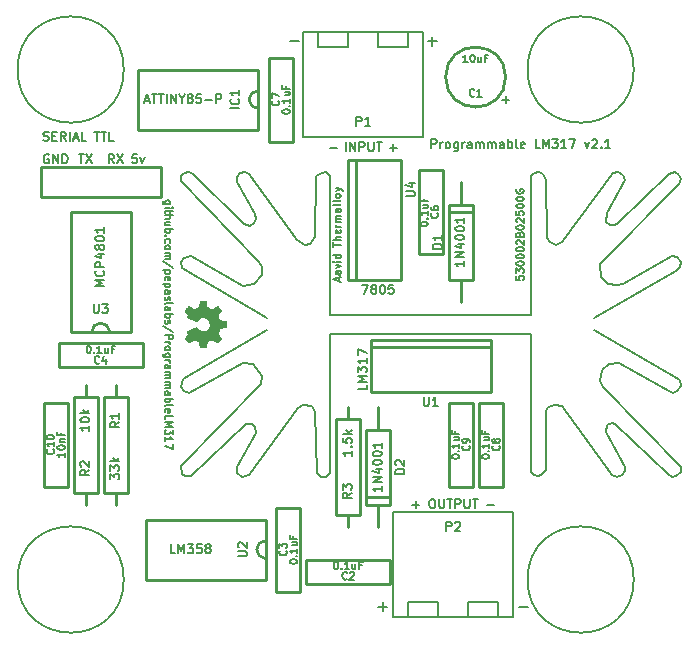
<source format=gto>
G04 (created by PCBNEW (22-Jun-2014 BZR 4027)-stable) date Sun 25 Feb 2018 06:50:33 PM CST*
%MOIN*%
G04 Gerber Fmt 3.4, Leading zero omitted, Abs format*
%FSLAX34Y34*%
G01*
G70*
G90*
G04 APERTURE LIST*
%ADD10C,0.00590551*%
%ADD11C,0.006*%
%ADD12C,0.005*%
%ADD13C,0.008*%
%ADD14C,0.01*%
%ADD15C,0.0001*%
G04 APERTURE END LIST*
G54D10*
G54D11*
X51457Y-52571D02*
X51314Y-52571D01*
X51300Y-52714D01*
X51314Y-52700D01*
X51342Y-52685D01*
X51414Y-52685D01*
X51442Y-52700D01*
X51457Y-52714D01*
X51471Y-52742D01*
X51471Y-52814D01*
X51457Y-52842D01*
X51442Y-52857D01*
X51414Y-52871D01*
X51342Y-52871D01*
X51314Y-52857D01*
X51300Y-52842D01*
X51571Y-52671D02*
X51642Y-52871D01*
X51714Y-52671D01*
G54D12*
X52565Y-54232D02*
X52363Y-54232D01*
X52339Y-54220D01*
X52327Y-54208D01*
X52315Y-54184D01*
X52315Y-54148D01*
X52327Y-54124D01*
X52410Y-54232D02*
X52398Y-54208D01*
X52398Y-54160D01*
X52410Y-54136D01*
X52422Y-54124D01*
X52446Y-54113D01*
X52517Y-54113D01*
X52541Y-54124D01*
X52553Y-54136D01*
X52565Y-54160D01*
X52565Y-54208D01*
X52553Y-54232D01*
X52398Y-54351D02*
X52565Y-54351D01*
X52648Y-54351D02*
X52636Y-54339D01*
X52625Y-54351D01*
X52636Y-54363D01*
X52648Y-54351D01*
X52625Y-54351D01*
X52565Y-54434D02*
X52565Y-54529D01*
X52648Y-54470D02*
X52434Y-54470D01*
X52410Y-54482D01*
X52398Y-54505D01*
X52398Y-54529D01*
X52398Y-54613D02*
X52648Y-54613D01*
X52398Y-54720D02*
X52529Y-54720D01*
X52553Y-54708D01*
X52565Y-54684D01*
X52565Y-54648D01*
X52553Y-54624D01*
X52541Y-54613D01*
X52565Y-54946D02*
X52398Y-54946D01*
X52565Y-54839D02*
X52434Y-54839D01*
X52410Y-54851D01*
X52398Y-54874D01*
X52398Y-54910D01*
X52410Y-54934D01*
X52422Y-54946D01*
X52398Y-55065D02*
X52648Y-55065D01*
X52553Y-55065D02*
X52565Y-55089D01*
X52565Y-55136D01*
X52553Y-55160D01*
X52541Y-55172D01*
X52517Y-55184D01*
X52446Y-55184D01*
X52422Y-55172D01*
X52410Y-55160D01*
X52398Y-55136D01*
X52398Y-55089D01*
X52410Y-55065D01*
X52422Y-55291D02*
X52410Y-55303D01*
X52398Y-55291D01*
X52410Y-55279D01*
X52422Y-55291D01*
X52398Y-55291D01*
X52410Y-55517D02*
X52398Y-55494D01*
X52398Y-55446D01*
X52410Y-55422D01*
X52422Y-55410D01*
X52446Y-55398D01*
X52517Y-55398D01*
X52541Y-55410D01*
X52553Y-55422D01*
X52565Y-55446D01*
X52565Y-55494D01*
X52553Y-55517D01*
X52398Y-55660D02*
X52410Y-55636D01*
X52422Y-55624D01*
X52446Y-55613D01*
X52517Y-55613D01*
X52541Y-55624D01*
X52553Y-55636D01*
X52565Y-55660D01*
X52565Y-55696D01*
X52553Y-55720D01*
X52541Y-55732D01*
X52517Y-55744D01*
X52446Y-55744D01*
X52422Y-55732D01*
X52410Y-55720D01*
X52398Y-55696D01*
X52398Y-55660D01*
X52398Y-55851D02*
X52565Y-55851D01*
X52541Y-55851D02*
X52553Y-55863D01*
X52565Y-55886D01*
X52565Y-55922D01*
X52553Y-55946D01*
X52529Y-55958D01*
X52398Y-55958D01*
X52529Y-55958D02*
X52553Y-55970D01*
X52565Y-55994D01*
X52565Y-56029D01*
X52553Y-56053D01*
X52529Y-56065D01*
X52398Y-56065D01*
X52660Y-56363D02*
X52339Y-56148D01*
X52565Y-56446D02*
X52315Y-56446D01*
X52553Y-56446D02*
X52565Y-56470D01*
X52565Y-56517D01*
X52553Y-56541D01*
X52541Y-56553D01*
X52517Y-56565D01*
X52446Y-56565D01*
X52422Y-56553D01*
X52410Y-56541D01*
X52398Y-56517D01*
X52398Y-56470D01*
X52410Y-56446D01*
X52410Y-56767D02*
X52398Y-56744D01*
X52398Y-56696D01*
X52410Y-56672D01*
X52434Y-56660D01*
X52529Y-56660D01*
X52553Y-56672D01*
X52565Y-56696D01*
X52565Y-56744D01*
X52553Y-56767D01*
X52529Y-56779D01*
X52505Y-56779D01*
X52482Y-56660D01*
X52565Y-56886D02*
X52315Y-56886D01*
X52553Y-56886D02*
X52565Y-56910D01*
X52565Y-56958D01*
X52553Y-56982D01*
X52541Y-56994D01*
X52517Y-57005D01*
X52446Y-57005D01*
X52422Y-56994D01*
X52410Y-56982D01*
X52398Y-56958D01*
X52398Y-56910D01*
X52410Y-56886D01*
X52398Y-57220D02*
X52529Y-57220D01*
X52553Y-57208D01*
X52565Y-57184D01*
X52565Y-57136D01*
X52553Y-57113D01*
X52410Y-57220D02*
X52398Y-57196D01*
X52398Y-57136D01*
X52410Y-57113D01*
X52434Y-57101D01*
X52458Y-57101D01*
X52482Y-57113D01*
X52494Y-57136D01*
X52494Y-57196D01*
X52505Y-57220D01*
X52410Y-57327D02*
X52398Y-57351D01*
X52398Y-57398D01*
X52410Y-57422D01*
X52434Y-57434D01*
X52446Y-57434D01*
X52470Y-57422D01*
X52482Y-57398D01*
X52482Y-57363D01*
X52494Y-57339D01*
X52517Y-57327D01*
X52529Y-57327D01*
X52553Y-57339D01*
X52565Y-57363D01*
X52565Y-57398D01*
X52553Y-57422D01*
X52398Y-57577D02*
X52410Y-57553D01*
X52434Y-57541D01*
X52648Y-57541D01*
X52398Y-57779D02*
X52529Y-57779D01*
X52553Y-57767D01*
X52565Y-57744D01*
X52565Y-57696D01*
X52553Y-57672D01*
X52410Y-57779D02*
X52398Y-57755D01*
X52398Y-57696D01*
X52410Y-57672D01*
X52434Y-57660D01*
X52458Y-57660D01*
X52482Y-57672D01*
X52494Y-57696D01*
X52494Y-57755D01*
X52505Y-57779D01*
X52398Y-57898D02*
X52648Y-57898D01*
X52553Y-57898D02*
X52565Y-57922D01*
X52565Y-57970D01*
X52553Y-57994D01*
X52541Y-58005D01*
X52517Y-58017D01*
X52446Y-58017D01*
X52422Y-58005D01*
X52410Y-57994D01*
X52398Y-57970D01*
X52398Y-57922D01*
X52410Y-57898D01*
X52410Y-58113D02*
X52398Y-58136D01*
X52398Y-58184D01*
X52410Y-58208D01*
X52434Y-58220D01*
X52446Y-58220D01*
X52470Y-58208D01*
X52482Y-58184D01*
X52482Y-58148D01*
X52494Y-58125D01*
X52517Y-58113D01*
X52529Y-58113D01*
X52553Y-58125D01*
X52565Y-58148D01*
X52565Y-58184D01*
X52553Y-58208D01*
X52660Y-58505D02*
X52339Y-58291D01*
X52398Y-58589D02*
X52648Y-58589D01*
X52648Y-58684D01*
X52636Y-58708D01*
X52625Y-58720D01*
X52601Y-58732D01*
X52565Y-58732D01*
X52541Y-58720D01*
X52529Y-58708D01*
X52517Y-58684D01*
X52517Y-58589D01*
X52398Y-58839D02*
X52565Y-58839D01*
X52517Y-58839D02*
X52541Y-58851D01*
X52553Y-58863D01*
X52565Y-58886D01*
X52565Y-58910D01*
X52398Y-59029D02*
X52410Y-59005D01*
X52422Y-58994D01*
X52446Y-58982D01*
X52517Y-58982D01*
X52541Y-58994D01*
X52553Y-59005D01*
X52565Y-59029D01*
X52565Y-59065D01*
X52553Y-59089D01*
X52541Y-59101D01*
X52517Y-59113D01*
X52446Y-59113D01*
X52422Y-59101D01*
X52410Y-59089D01*
X52398Y-59065D01*
X52398Y-59029D01*
X52565Y-59327D02*
X52363Y-59327D01*
X52339Y-59315D01*
X52327Y-59303D01*
X52315Y-59279D01*
X52315Y-59244D01*
X52327Y-59220D01*
X52410Y-59327D02*
X52398Y-59303D01*
X52398Y-59255D01*
X52410Y-59232D01*
X52422Y-59220D01*
X52446Y-59208D01*
X52517Y-59208D01*
X52541Y-59220D01*
X52553Y-59232D01*
X52565Y-59255D01*
X52565Y-59303D01*
X52553Y-59327D01*
X52398Y-59446D02*
X52565Y-59446D01*
X52517Y-59446D02*
X52541Y-59458D01*
X52553Y-59470D01*
X52565Y-59494D01*
X52565Y-59517D01*
X52398Y-59708D02*
X52529Y-59708D01*
X52553Y-59696D01*
X52565Y-59672D01*
X52565Y-59625D01*
X52553Y-59601D01*
X52410Y-59708D02*
X52398Y-59684D01*
X52398Y-59625D01*
X52410Y-59601D01*
X52434Y-59589D01*
X52458Y-59589D01*
X52482Y-59601D01*
X52494Y-59625D01*
X52494Y-59684D01*
X52505Y-59708D01*
X52398Y-59827D02*
X52565Y-59827D01*
X52541Y-59827D02*
X52553Y-59839D01*
X52565Y-59863D01*
X52565Y-59898D01*
X52553Y-59922D01*
X52529Y-59934D01*
X52398Y-59934D01*
X52529Y-59934D02*
X52553Y-59946D01*
X52565Y-59970D01*
X52565Y-60005D01*
X52553Y-60029D01*
X52529Y-60041D01*
X52398Y-60041D01*
X52398Y-60160D02*
X52565Y-60160D01*
X52541Y-60160D02*
X52553Y-60172D01*
X52565Y-60196D01*
X52565Y-60232D01*
X52553Y-60255D01*
X52529Y-60267D01*
X52398Y-60267D01*
X52529Y-60267D02*
X52553Y-60279D01*
X52565Y-60303D01*
X52565Y-60339D01*
X52553Y-60363D01*
X52529Y-60375D01*
X52398Y-60375D01*
X52398Y-60601D02*
X52529Y-60601D01*
X52553Y-60589D01*
X52565Y-60565D01*
X52565Y-60517D01*
X52553Y-60494D01*
X52410Y-60601D02*
X52398Y-60577D01*
X52398Y-60517D01*
X52410Y-60494D01*
X52434Y-60482D01*
X52458Y-60482D01*
X52482Y-60494D01*
X52494Y-60517D01*
X52494Y-60577D01*
X52505Y-60601D01*
X52398Y-60720D02*
X52648Y-60720D01*
X52553Y-60720D02*
X52565Y-60744D01*
X52565Y-60791D01*
X52553Y-60815D01*
X52541Y-60827D01*
X52517Y-60839D01*
X52446Y-60839D01*
X52422Y-60827D01*
X52410Y-60815D01*
X52398Y-60791D01*
X52398Y-60744D01*
X52410Y-60720D01*
X52398Y-60982D02*
X52410Y-60958D01*
X52434Y-60946D01*
X52648Y-60946D01*
X52410Y-61172D02*
X52398Y-61148D01*
X52398Y-61101D01*
X52410Y-61077D01*
X52434Y-61065D01*
X52529Y-61065D01*
X52553Y-61077D01*
X52565Y-61101D01*
X52565Y-61148D01*
X52553Y-61172D01*
X52529Y-61184D01*
X52505Y-61184D01*
X52482Y-61065D01*
X52398Y-61410D02*
X52398Y-61291D01*
X52648Y-61291D01*
X52398Y-61494D02*
X52648Y-61494D01*
X52470Y-61577D01*
X52648Y-61660D01*
X52398Y-61660D01*
X52648Y-61755D02*
X52648Y-61910D01*
X52553Y-61827D01*
X52553Y-61863D01*
X52541Y-61886D01*
X52529Y-61898D01*
X52505Y-61910D01*
X52446Y-61910D01*
X52422Y-61898D01*
X52410Y-61886D01*
X52398Y-61863D01*
X52398Y-61791D01*
X52410Y-61767D01*
X52422Y-61755D01*
X52398Y-62148D02*
X52398Y-62005D01*
X52398Y-62077D02*
X52648Y-62077D01*
X52613Y-62053D01*
X52589Y-62029D01*
X52577Y-62005D01*
X52648Y-62232D02*
X52648Y-62398D01*
X52398Y-62291D01*
G54D11*
X61278Y-52371D02*
X61278Y-52071D01*
X61392Y-52071D01*
X61421Y-52085D01*
X61435Y-52100D01*
X61450Y-52128D01*
X61450Y-52171D01*
X61435Y-52200D01*
X61421Y-52214D01*
X61392Y-52228D01*
X61278Y-52228D01*
X61578Y-52371D02*
X61578Y-52171D01*
X61578Y-52228D02*
X61592Y-52200D01*
X61607Y-52185D01*
X61635Y-52171D01*
X61664Y-52171D01*
X61807Y-52371D02*
X61778Y-52357D01*
X61764Y-52342D01*
X61750Y-52314D01*
X61750Y-52228D01*
X61764Y-52200D01*
X61778Y-52185D01*
X61807Y-52171D01*
X61850Y-52171D01*
X61878Y-52185D01*
X61892Y-52200D01*
X61907Y-52228D01*
X61907Y-52314D01*
X61892Y-52342D01*
X61878Y-52357D01*
X61850Y-52371D01*
X61807Y-52371D01*
X62164Y-52171D02*
X62164Y-52414D01*
X62150Y-52442D01*
X62135Y-52457D01*
X62107Y-52471D01*
X62064Y-52471D01*
X62035Y-52457D01*
X62164Y-52357D02*
X62135Y-52371D01*
X62078Y-52371D01*
X62050Y-52357D01*
X62035Y-52342D01*
X62021Y-52314D01*
X62021Y-52228D01*
X62035Y-52200D01*
X62050Y-52185D01*
X62078Y-52171D01*
X62135Y-52171D01*
X62164Y-52185D01*
X62307Y-52371D02*
X62307Y-52171D01*
X62307Y-52228D02*
X62321Y-52200D01*
X62335Y-52185D01*
X62364Y-52171D01*
X62392Y-52171D01*
X62621Y-52371D02*
X62621Y-52214D01*
X62607Y-52185D01*
X62578Y-52171D01*
X62521Y-52171D01*
X62492Y-52185D01*
X62621Y-52357D02*
X62592Y-52371D01*
X62521Y-52371D01*
X62492Y-52357D01*
X62478Y-52328D01*
X62478Y-52300D01*
X62492Y-52271D01*
X62521Y-52257D01*
X62592Y-52257D01*
X62621Y-52242D01*
X62764Y-52371D02*
X62764Y-52171D01*
X62764Y-52200D02*
X62778Y-52185D01*
X62807Y-52171D01*
X62850Y-52171D01*
X62878Y-52185D01*
X62892Y-52214D01*
X62892Y-52371D01*
X62892Y-52214D02*
X62907Y-52185D01*
X62935Y-52171D01*
X62978Y-52171D01*
X63007Y-52185D01*
X63021Y-52214D01*
X63021Y-52371D01*
X63164Y-52371D02*
X63164Y-52171D01*
X63164Y-52200D02*
X63178Y-52185D01*
X63207Y-52171D01*
X63250Y-52171D01*
X63278Y-52185D01*
X63292Y-52214D01*
X63292Y-52371D01*
X63292Y-52214D02*
X63307Y-52185D01*
X63335Y-52171D01*
X63378Y-52171D01*
X63407Y-52185D01*
X63421Y-52214D01*
X63421Y-52371D01*
X63692Y-52371D02*
X63692Y-52214D01*
X63678Y-52185D01*
X63650Y-52171D01*
X63592Y-52171D01*
X63564Y-52185D01*
X63692Y-52357D02*
X63664Y-52371D01*
X63592Y-52371D01*
X63564Y-52357D01*
X63550Y-52328D01*
X63550Y-52300D01*
X63564Y-52271D01*
X63592Y-52257D01*
X63664Y-52257D01*
X63692Y-52242D01*
X63835Y-52371D02*
X63835Y-52071D01*
X63835Y-52185D02*
X63864Y-52171D01*
X63921Y-52171D01*
X63950Y-52185D01*
X63964Y-52200D01*
X63978Y-52228D01*
X63978Y-52314D01*
X63964Y-52342D01*
X63950Y-52357D01*
X63921Y-52371D01*
X63864Y-52371D01*
X63835Y-52357D01*
X64150Y-52371D02*
X64121Y-52357D01*
X64107Y-52328D01*
X64107Y-52071D01*
X64378Y-52357D02*
X64350Y-52371D01*
X64292Y-52371D01*
X64264Y-52357D01*
X64250Y-52328D01*
X64250Y-52214D01*
X64264Y-52185D01*
X64292Y-52171D01*
X64350Y-52171D01*
X64378Y-52185D01*
X64392Y-52214D01*
X64392Y-52242D01*
X64250Y-52271D01*
X64892Y-52371D02*
X64750Y-52371D01*
X64750Y-52071D01*
X64992Y-52371D02*
X64992Y-52071D01*
X65092Y-52285D01*
X65192Y-52071D01*
X65192Y-52371D01*
X65307Y-52071D02*
X65492Y-52071D01*
X65392Y-52185D01*
X65435Y-52185D01*
X65464Y-52200D01*
X65478Y-52214D01*
X65492Y-52242D01*
X65492Y-52314D01*
X65478Y-52342D01*
X65464Y-52357D01*
X65435Y-52371D01*
X65350Y-52371D01*
X65321Y-52357D01*
X65307Y-52342D01*
X65778Y-52371D02*
X65607Y-52371D01*
X65692Y-52371D02*
X65692Y-52071D01*
X65664Y-52114D01*
X65635Y-52142D01*
X65607Y-52157D01*
X65878Y-52071D02*
X66078Y-52071D01*
X65950Y-52371D01*
X66392Y-52171D02*
X66464Y-52371D01*
X66535Y-52171D01*
X66635Y-52100D02*
X66650Y-52085D01*
X66678Y-52071D01*
X66750Y-52071D01*
X66778Y-52085D01*
X66792Y-52100D01*
X66807Y-52128D01*
X66807Y-52157D01*
X66792Y-52200D01*
X66621Y-52371D01*
X66807Y-52371D01*
X66935Y-52342D02*
X66950Y-52357D01*
X66935Y-52371D01*
X66921Y-52357D01*
X66935Y-52342D01*
X66935Y-52371D01*
X67235Y-52371D02*
X67064Y-52371D01*
X67150Y-52371D02*
X67150Y-52071D01*
X67121Y-52114D01*
X67092Y-52142D01*
X67064Y-52157D01*
X48521Y-52585D02*
X48492Y-52571D01*
X48450Y-52571D01*
X48407Y-52585D01*
X48378Y-52614D01*
X48364Y-52642D01*
X48350Y-52700D01*
X48350Y-52742D01*
X48364Y-52800D01*
X48378Y-52828D01*
X48407Y-52857D01*
X48450Y-52871D01*
X48478Y-52871D01*
X48521Y-52857D01*
X48535Y-52842D01*
X48535Y-52742D01*
X48478Y-52742D01*
X48664Y-52871D02*
X48664Y-52571D01*
X48835Y-52871D01*
X48835Y-52571D01*
X48978Y-52871D02*
X48978Y-52571D01*
X49050Y-52571D01*
X49092Y-52585D01*
X49121Y-52614D01*
X49135Y-52642D01*
X49150Y-52700D01*
X49150Y-52742D01*
X49135Y-52800D01*
X49121Y-52828D01*
X49092Y-52857D01*
X49050Y-52871D01*
X48978Y-52871D01*
X50700Y-52871D02*
X50600Y-52728D01*
X50528Y-52871D02*
X50528Y-52571D01*
X50642Y-52571D01*
X50671Y-52585D01*
X50685Y-52600D01*
X50700Y-52628D01*
X50700Y-52671D01*
X50685Y-52700D01*
X50671Y-52714D01*
X50642Y-52728D01*
X50528Y-52728D01*
X50800Y-52571D02*
X51000Y-52871D01*
X51000Y-52571D02*
X50800Y-52871D01*
X49521Y-52571D02*
X49692Y-52571D01*
X49607Y-52871D02*
X49607Y-52571D01*
X49764Y-52571D02*
X49964Y-52871D01*
X49964Y-52571D02*
X49764Y-52871D01*
X48342Y-52107D02*
X48385Y-52121D01*
X48457Y-52121D01*
X48485Y-52107D01*
X48500Y-52092D01*
X48514Y-52064D01*
X48514Y-52035D01*
X48500Y-52007D01*
X48485Y-51992D01*
X48457Y-51978D01*
X48400Y-51964D01*
X48371Y-51950D01*
X48357Y-51935D01*
X48342Y-51907D01*
X48342Y-51878D01*
X48357Y-51850D01*
X48371Y-51835D01*
X48400Y-51821D01*
X48471Y-51821D01*
X48514Y-51835D01*
X48642Y-51964D02*
X48742Y-51964D01*
X48785Y-52121D02*
X48642Y-52121D01*
X48642Y-51821D01*
X48785Y-51821D01*
X49085Y-52121D02*
X48985Y-51978D01*
X48914Y-52121D02*
X48914Y-51821D01*
X49028Y-51821D01*
X49057Y-51835D01*
X49071Y-51850D01*
X49085Y-51878D01*
X49085Y-51921D01*
X49071Y-51950D01*
X49057Y-51964D01*
X49028Y-51978D01*
X48914Y-51978D01*
X49214Y-52121D02*
X49214Y-51821D01*
X49342Y-52035D02*
X49485Y-52035D01*
X49314Y-52121D02*
X49414Y-51821D01*
X49514Y-52121D01*
X49757Y-52121D02*
X49614Y-52121D01*
X49614Y-51821D01*
X50042Y-51821D02*
X50214Y-51821D01*
X50128Y-52121D02*
X50128Y-51821D01*
X50271Y-51821D02*
X50442Y-51821D01*
X50357Y-52121D02*
X50357Y-51821D01*
X50685Y-52121D02*
X50542Y-52121D01*
X50542Y-51821D01*
G54D13*
X56547Y-48809D02*
X56852Y-48809D01*
X61147Y-48809D02*
X61452Y-48809D01*
X61300Y-48961D02*
X61300Y-48657D01*
G54D11*
X59885Y-52357D02*
X60114Y-52357D01*
X60000Y-52471D02*
X60000Y-52242D01*
X57885Y-52357D02*
X58114Y-52357D01*
X58421Y-52471D02*
X58421Y-52171D01*
X58564Y-52471D02*
X58564Y-52171D01*
X58735Y-52471D01*
X58735Y-52171D01*
X58878Y-52471D02*
X58878Y-52171D01*
X58992Y-52171D01*
X59021Y-52185D01*
X59035Y-52200D01*
X59050Y-52228D01*
X59050Y-52271D01*
X59035Y-52300D01*
X59021Y-52314D01*
X58992Y-52328D01*
X58878Y-52328D01*
X59178Y-52171D02*
X59178Y-52414D01*
X59192Y-52442D01*
X59207Y-52457D01*
X59235Y-52471D01*
X59292Y-52471D01*
X59321Y-52457D01*
X59335Y-52442D01*
X59350Y-52414D01*
X59350Y-52171D01*
X59450Y-52171D02*
X59621Y-52171D01*
X59535Y-52471D02*
X59535Y-52171D01*
X63135Y-64257D02*
X63364Y-64257D01*
X61278Y-64071D02*
X61335Y-64071D01*
X61364Y-64085D01*
X61392Y-64114D01*
X61407Y-64171D01*
X61407Y-64271D01*
X61392Y-64328D01*
X61364Y-64357D01*
X61335Y-64371D01*
X61278Y-64371D01*
X61250Y-64357D01*
X61221Y-64328D01*
X61207Y-64271D01*
X61207Y-64171D01*
X61221Y-64114D01*
X61250Y-64085D01*
X61278Y-64071D01*
X61535Y-64071D02*
X61535Y-64314D01*
X61550Y-64342D01*
X61564Y-64357D01*
X61592Y-64371D01*
X61650Y-64371D01*
X61678Y-64357D01*
X61692Y-64342D01*
X61707Y-64314D01*
X61707Y-64071D01*
X61807Y-64071D02*
X61978Y-64071D01*
X61892Y-64371D02*
X61892Y-64071D01*
X62078Y-64371D02*
X62078Y-64071D01*
X62192Y-64071D01*
X62221Y-64085D01*
X62235Y-64100D01*
X62250Y-64128D01*
X62250Y-64171D01*
X62235Y-64200D01*
X62221Y-64214D01*
X62192Y-64228D01*
X62078Y-64228D01*
X62378Y-64071D02*
X62378Y-64314D01*
X62392Y-64342D01*
X62407Y-64357D01*
X62435Y-64371D01*
X62492Y-64371D01*
X62521Y-64357D01*
X62535Y-64342D01*
X62550Y-64314D01*
X62550Y-64071D01*
X62650Y-64071D02*
X62821Y-64071D01*
X62735Y-64371D02*
X62735Y-64071D01*
X60635Y-64257D02*
X60864Y-64257D01*
X60750Y-64371D02*
X60750Y-64142D01*
G54D13*
X64197Y-67659D02*
X64502Y-67659D01*
X59497Y-67659D02*
X59802Y-67659D01*
X59650Y-67811D02*
X59650Y-67507D01*
G54D14*
X58750Y-56750D02*
X58500Y-56750D01*
X58500Y-56750D02*
X58500Y-52750D01*
X58500Y-52750D02*
X58750Y-52750D01*
X60250Y-56750D02*
X58750Y-56750D01*
X58750Y-56750D02*
X58750Y-52750D01*
X58750Y-52750D02*
X60250Y-52750D01*
X60250Y-52750D02*
X60250Y-56750D01*
X59250Y-59000D02*
X59250Y-58750D01*
X59250Y-58750D02*
X63250Y-58750D01*
X63250Y-58750D02*
X63250Y-59000D01*
X59250Y-60500D02*
X59250Y-59000D01*
X59250Y-59000D02*
X63250Y-59000D01*
X63250Y-59000D02*
X63250Y-60500D01*
X63250Y-60500D02*
X59250Y-60500D01*
X50750Y-60250D02*
X50750Y-60650D01*
X50750Y-60650D02*
X51150Y-60650D01*
X51150Y-60650D02*
X51150Y-63850D01*
X51150Y-63850D02*
X50350Y-63850D01*
X50350Y-63850D02*
X50350Y-60650D01*
X50350Y-60650D02*
X50750Y-60650D01*
X50750Y-64250D02*
X50750Y-63850D01*
X49750Y-64250D02*
X49750Y-63850D01*
X49750Y-63850D02*
X49350Y-63850D01*
X49350Y-63850D02*
X49350Y-60650D01*
X49350Y-60650D02*
X50150Y-60650D01*
X50150Y-60650D02*
X50150Y-63850D01*
X50150Y-63850D02*
X49750Y-63850D01*
X49750Y-60250D02*
X49750Y-60650D01*
X56100Y-67150D02*
X56100Y-64350D01*
X56100Y-64350D02*
X56900Y-64350D01*
X56900Y-64350D02*
X56900Y-67150D01*
X56900Y-67150D02*
X56100Y-67150D01*
X55850Y-52150D02*
X55850Y-49350D01*
X55850Y-49350D02*
X56650Y-49350D01*
X56650Y-49350D02*
X56650Y-52150D01*
X56650Y-52150D02*
X55850Y-52150D01*
X51650Y-59650D02*
X48850Y-59650D01*
X48850Y-59650D02*
X48850Y-58850D01*
X48850Y-58850D02*
X51650Y-58850D01*
X51650Y-58850D02*
X51650Y-59650D01*
X55450Y-65750D02*
G75*
G03X55750Y-66050I300J0D01*
G74*
G01*
X55750Y-65450D02*
G75*
G03X55450Y-65750I0J-300D01*
G74*
G01*
X55750Y-66750D02*
X51750Y-66750D01*
X51750Y-66750D02*
X51750Y-64750D01*
X51750Y-64750D02*
X55750Y-64750D01*
X55750Y-64750D02*
X55750Y-66750D01*
X50250Y-58200D02*
G75*
G03X49950Y-58500I0J-300D01*
G74*
G01*
X50550Y-58500D02*
G75*
G03X50250Y-58200I-300J0D01*
G74*
G01*
X49250Y-58500D02*
X49250Y-54500D01*
X49250Y-54500D02*
X51250Y-54500D01*
X51250Y-54500D02*
X51250Y-58500D01*
X51250Y-58500D02*
X49250Y-58500D01*
X55200Y-50750D02*
G75*
G03X55500Y-51050I300J0D01*
G74*
G01*
X55500Y-50450D02*
G75*
G03X55200Y-50750I0J-300D01*
G74*
G01*
X55500Y-51750D02*
X51500Y-51750D01*
X51500Y-51750D02*
X51500Y-49750D01*
X51500Y-49750D02*
X55500Y-49750D01*
X55500Y-49750D02*
X55500Y-51750D01*
G54D10*
X57750Y-53180D02*
X57900Y-53300D01*
X57900Y-57940D02*
X57900Y-53300D01*
X57760Y-63320D02*
X57900Y-63200D01*
X57900Y-58560D02*
X57900Y-63200D01*
X64680Y-53210D02*
X64600Y-53300D01*
X64600Y-57940D02*
X64600Y-53300D01*
X64600Y-63150D02*
X64700Y-63280D01*
X64600Y-58560D02*
X64600Y-63150D01*
X66690Y-58421D02*
X69550Y-60111D01*
X69550Y-60111D02*
X69590Y-60291D01*
X69590Y-60291D02*
X69470Y-60471D01*
X69470Y-60471D02*
X69320Y-60521D01*
X69320Y-60521D02*
X69180Y-60481D01*
X69180Y-60481D02*
X67530Y-59531D01*
X67530Y-59531D02*
X67200Y-59551D01*
X67200Y-59551D02*
X66960Y-59771D01*
X66960Y-59771D02*
X66890Y-60141D01*
X66890Y-60141D02*
X66990Y-60341D01*
X66990Y-60341D02*
X69600Y-63011D01*
X69600Y-63011D02*
X69580Y-63181D01*
X69580Y-63181D02*
X69420Y-63311D01*
X69420Y-63311D02*
X69280Y-63321D01*
X69280Y-63321D02*
X69160Y-63241D01*
X69160Y-63241D02*
X67410Y-61551D01*
X67410Y-61551D02*
X67290Y-61541D01*
X67290Y-61541D02*
X67140Y-61601D01*
X67140Y-61601D02*
X67080Y-61821D01*
X67080Y-61821D02*
X67730Y-63011D01*
X67730Y-63011D02*
X67730Y-63141D01*
X67730Y-63141D02*
X67620Y-63281D01*
X67620Y-63281D02*
X67460Y-63321D01*
X67460Y-63321D02*
X67310Y-63281D01*
X67310Y-63281D02*
X65630Y-60981D01*
X65630Y-60981D02*
X65380Y-60931D01*
X65380Y-60931D02*
X65170Y-61011D01*
X65170Y-61011D02*
X65100Y-61141D01*
X65100Y-61141D02*
X65100Y-63101D01*
X65100Y-63101D02*
X64940Y-63281D01*
X64940Y-63281D02*
X64820Y-63311D01*
X64820Y-63311D02*
X64700Y-63281D01*
X64680Y-53210D02*
X64850Y-53171D01*
X64850Y-53171D02*
X64990Y-53231D01*
X64990Y-53231D02*
X65090Y-53431D01*
X65090Y-53431D02*
X65120Y-55361D01*
X65120Y-55361D02*
X65240Y-55511D01*
X65240Y-55511D02*
X65440Y-55591D01*
X65440Y-55591D02*
X65640Y-55491D01*
X65640Y-55491D02*
X67330Y-53201D01*
X67330Y-53201D02*
X67500Y-53171D01*
X67500Y-53171D02*
X67670Y-53251D01*
X67670Y-53251D02*
X67740Y-53431D01*
X67740Y-53431D02*
X67130Y-54541D01*
X67130Y-54541D02*
X67100Y-54821D01*
X67100Y-54821D02*
X67230Y-54941D01*
X67230Y-54941D02*
X67380Y-54941D01*
X67380Y-54941D02*
X67480Y-54871D01*
X67480Y-54871D02*
X69200Y-53221D01*
X69200Y-53221D02*
X69380Y-53171D01*
X69380Y-53171D02*
X69520Y-53251D01*
X69520Y-53251D02*
X69600Y-53411D01*
X69600Y-53411D02*
X69530Y-53561D01*
X69530Y-53561D02*
X66910Y-56231D01*
X66910Y-56231D02*
X66940Y-56681D01*
X66940Y-56681D02*
X67170Y-56901D01*
X67170Y-56901D02*
X67470Y-56941D01*
X67470Y-56941D02*
X67670Y-56891D01*
X67670Y-56891D02*
X69300Y-55961D01*
X69300Y-55961D02*
X69460Y-56011D01*
X69460Y-56011D02*
X69580Y-56151D01*
X69580Y-56151D02*
X69570Y-56321D01*
X69570Y-56321D02*
X69430Y-56471D01*
X69430Y-56471D02*
X66690Y-58031D01*
X55810Y-58021D02*
X52960Y-56361D01*
X52960Y-56361D02*
X52930Y-56161D01*
X52930Y-56161D02*
X53020Y-56031D01*
X53020Y-56031D02*
X53250Y-55981D01*
X53250Y-55981D02*
X54980Y-56971D01*
X54980Y-56971D02*
X55350Y-56911D01*
X55350Y-56911D02*
X55630Y-56591D01*
X55630Y-56591D02*
X55630Y-56331D01*
X55630Y-56331D02*
X55540Y-56151D01*
X55540Y-56151D02*
X52920Y-53481D01*
X52920Y-53481D02*
X52940Y-53291D01*
X52940Y-53291D02*
X53040Y-53191D01*
X53040Y-53191D02*
X53210Y-53161D01*
X53210Y-53161D02*
X53320Y-53231D01*
X53320Y-53231D02*
X55040Y-54901D01*
X55040Y-54901D02*
X55220Y-54951D01*
X55220Y-54951D02*
X55370Y-54881D01*
X55370Y-54881D02*
X55430Y-54721D01*
X55430Y-54721D02*
X55390Y-54551D01*
X55390Y-54551D02*
X54800Y-53501D01*
X54800Y-53501D02*
X54800Y-53341D01*
X54800Y-53341D02*
X54890Y-53211D01*
X54890Y-53211D02*
X55070Y-53161D01*
X55070Y-53161D02*
X55210Y-53231D01*
X55210Y-53231D02*
X56810Y-55431D01*
X56810Y-55431D02*
X57070Y-55601D01*
X57070Y-55601D02*
X57230Y-55551D01*
X57230Y-55551D02*
X57410Y-55341D01*
X57410Y-55341D02*
X57440Y-53311D01*
X57440Y-53311D02*
X57620Y-53191D01*
X57620Y-53191D02*
X57750Y-53181D01*
X57610Y-63321D02*
X57450Y-63191D01*
X57450Y-63191D02*
X57410Y-61161D01*
X57410Y-61161D02*
X57280Y-60961D01*
X57280Y-60961D02*
X56990Y-60931D01*
X56990Y-60931D02*
X56830Y-61041D01*
X56830Y-61041D02*
X55200Y-63271D01*
X55200Y-63271D02*
X54950Y-63321D01*
X54950Y-63321D02*
X54810Y-63211D01*
X54810Y-63211D02*
X54790Y-62991D01*
X54790Y-62991D02*
X55430Y-61861D01*
X55430Y-61861D02*
X55410Y-61651D01*
X55410Y-61651D02*
X55280Y-61551D01*
X55280Y-61551D02*
X55090Y-61561D01*
X55090Y-61561D02*
X53270Y-63311D01*
X53270Y-63311D02*
X53060Y-63311D01*
X53060Y-63311D02*
X52960Y-63221D01*
X52960Y-63221D02*
X52940Y-62971D01*
X52940Y-62971D02*
X55600Y-60221D01*
X55600Y-60221D02*
X55630Y-59951D01*
X55630Y-59951D02*
X55340Y-59571D01*
X55340Y-59571D02*
X55010Y-59521D01*
X55010Y-59521D02*
X53210Y-60521D01*
X53210Y-60521D02*
X53040Y-60481D01*
X53040Y-60481D02*
X52940Y-60341D01*
X52940Y-60341D02*
X53010Y-60061D01*
X53010Y-60061D02*
X55800Y-58441D01*
X57760Y-63321D02*
X57610Y-63321D01*
X64600Y-57940D02*
X57900Y-57940D01*
X64600Y-58560D02*
X57900Y-58560D01*
X62500Y-68000D02*
X62500Y-67500D01*
X62500Y-67500D02*
X63500Y-67500D01*
X63500Y-67500D02*
X63500Y-68000D01*
X60500Y-68000D02*
X60500Y-67500D01*
X60500Y-67500D02*
X61500Y-67500D01*
X61500Y-67500D02*
X61500Y-68000D01*
X60000Y-64500D02*
X60000Y-68000D01*
X60000Y-68000D02*
X64000Y-68000D01*
X64000Y-68000D02*
X64000Y-64500D01*
X64000Y-64500D02*
X60000Y-64500D01*
X58500Y-48500D02*
X58500Y-49000D01*
X58500Y-49000D02*
X57500Y-49000D01*
X57500Y-49000D02*
X57500Y-48500D01*
X60500Y-48500D02*
X60500Y-49000D01*
X60500Y-49000D02*
X59500Y-49000D01*
X59500Y-49000D02*
X59500Y-48500D01*
X61000Y-52000D02*
X61000Y-48500D01*
X61000Y-48500D02*
X57000Y-48500D01*
X57000Y-48500D02*
X57000Y-52000D01*
X57000Y-52000D02*
X61000Y-52000D01*
X51021Y-49750D02*
G75*
G03X51021Y-49750I-1771J0D01*
G74*
G01*
X51021Y-66750D02*
G75*
G03X51021Y-66750I-1771J0D01*
G74*
G01*
X68021Y-49750D02*
G75*
G03X68021Y-49750I-1771J0D01*
G74*
G01*
X68021Y-66750D02*
G75*
G03X68021Y-66750I-1771J0D01*
G74*
G01*
G54D14*
X63650Y-60850D02*
X63650Y-63650D01*
X63650Y-63650D02*
X62850Y-63650D01*
X62850Y-63650D02*
X62850Y-60850D01*
X62850Y-60850D02*
X63650Y-60850D01*
X62650Y-60850D02*
X62650Y-63650D01*
X62650Y-63650D02*
X61850Y-63650D01*
X61850Y-63650D02*
X61850Y-60850D01*
X61850Y-60850D02*
X62650Y-60850D01*
X58500Y-65000D02*
X58500Y-64600D01*
X58500Y-64600D02*
X58100Y-64600D01*
X58100Y-64600D02*
X58100Y-61400D01*
X58100Y-61400D02*
X58900Y-61400D01*
X58900Y-61400D02*
X58900Y-64600D01*
X58900Y-64600D02*
X58500Y-64600D01*
X58500Y-61000D02*
X58500Y-61400D01*
G54D15*
G36*
X53043Y-57773D02*
X53047Y-57781D01*
X53059Y-57800D01*
X53076Y-57826D01*
X53097Y-57857D01*
X53118Y-57888D01*
X53135Y-57914D01*
X53147Y-57932D01*
X53151Y-57939D01*
X53150Y-57943D01*
X53142Y-57958D01*
X53131Y-57980D01*
X53125Y-57992D01*
X53116Y-58012D01*
X53114Y-58022D01*
X53117Y-58023D01*
X53132Y-58031D01*
X53158Y-58042D01*
X53192Y-58057D01*
X53232Y-58074D01*
X53275Y-58092D01*
X53319Y-58110D01*
X53361Y-58128D01*
X53399Y-58143D01*
X53429Y-58156D01*
X53451Y-58164D01*
X53460Y-58167D01*
X53462Y-58166D01*
X53471Y-58156D01*
X53484Y-58139D01*
X53515Y-58101D01*
X53561Y-58065D01*
X53613Y-58042D01*
X53671Y-58035D01*
X53724Y-58041D01*
X53775Y-58062D01*
X53822Y-58098D01*
X53856Y-58142D01*
X53878Y-58193D01*
X53885Y-58250D01*
X53879Y-58305D01*
X53858Y-58357D01*
X53823Y-58404D01*
X53800Y-58423D01*
X53753Y-58450D01*
X53703Y-58466D01*
X53691Y-58467D01*
X53635Y-58465D01*
X53582Y-58449D01*
X53535Y-58420D01*
X53496Y-58379D01*
X53492Y-58374D01*
X53478Y-58355D01*
X53469Y-58343D01*
X53461Y-58333D01*
X53291Y-58403D01*
X53264Y-58414D01*
X53218Y-58434D01*
X53178Y-58451D01*
X53146Y-58464D01*
X53125Y-58474D01*
X53116Y-58478D01*
X53116Y-58478D01*
X53115Y-58484D01*
X53120Y-58497D01*
X53131Y-58521D01*
X53139Y-58537D01*
X53148Y-58555D01*
X53151Y-58563D01*
X53147Y-58570D01*
X53136Y-58587D01*
X53119Y-58612D01*
X53099Y-58642D01*
X53079Y-58671D01*
X53061Y-58698D01*
X53049Y-58717D01*
X53044Y-58727D01*
X53044Y-58728D01*
X53049Y-58736D01*
X53061Y-58752D01*
X53083Y-58775D01*
X53115Y-58807D01*
X53120Y-58812D01*
X53148Y-58839D01*
X53171Y-58861D01*
X53187Y-58876D01*
X53194Y-58881D01*
X53194Y-58881D01*
X53204Y-58876D01*
X53223Y-58864D01*
X53250Y-58846D01*
X53281Y-58825D01*
X53363Y-58769D01*
X53440Y-58800D01*
X53463Y-58809D01*
X53492Y-58821D01*
X53512Y-58830D01*
X53521Y-58835D01*
X53524Y-58843D01*
X53529Y-58864D01*
X53536Y-58895D01*
X53542Y-58931D01*
X53549Y-58966D01*
X53555Y-58997D01*
X53559Y-59020D01*
X53561Y-59030D01*
X53563Y-59032D01*
X53568Y-59034D01*
X53578Y-59036D01*
X53597Y-59036D01*
X53627Y-59037D01*
X53671Y-59037D01*
X53675Y-59037D01*
X53717Y-59036D01*
X53750Y-59036D01*
X53771Y-59035D01*
X53779Y-59033D01*
X53779Y-59033D01*
X53782Y-59023D01*
X53786Y-59001D01*
X53793Y-58970D01*
X53800Y-58932D01*
X53800Y-58930D01*
X53807Y-58893D01*
X53814Y-58862D01*
X53819Y-58840D01*
X53822Y-58831D01*
X53824Y-58829D01*
X53839Y-58821D01*
X53862Y-58810D01*
X53890Y-58798D01*
X53919Y-58786D01*
X53946Y-58775D01*
X53965Y-58768D01*
X53974Y-58766D01*
X53974Y-58766D01*
X53983Y-58772D01*
X54003Y-58785D01*
X54029Y-58803D01*
X54061Y-58825D01*
X54064Y-58826D01*
X54095Y-58848D01*
X54122Y-58865D01*
X54141Y-58877D01*
X54149Y-58881D01*
X54150Y-58881D01*
X54159Y-58874D01*
X54177Y-58858D01*
X54201Y-58835D01*
X54229Y-58807D01*
X54237Y-58798D01*
X54267Y-58768D01*
X54287Y-58747D01*
X54297Y-58733D01*
X54300Y-58727D01*
X54299Y-58727D01*
X54294Y-58717D01*
X54281Y-58697D01*
X54262Y-58670D01*
X54241Y-58638D01*
X54239Y-58636D01*
X54218Y-58605D01*
X54200Y-58579D01*
X54188Y-58560D01*
X54183Y-58552D01*
X54183Y-58550D01*
X54187Y-58538D01*
X54194Y-58515D01*
X54205Y-58488D01*
X54217Y-58459D01*
X54228Y-58432D01*
X54237Y-58412D01*
X54242Y-58403D01*
X54243Y-58403D01*
X54254Y-58399D01*
X54278Y-58394D01*
X54310Y-58387D01*
X54349Y-58380D01*
X54355Y-58379D01*
X54392Y-58372D01*
X54423Y-58366D01*
X54445Y-58361D01*
X54454Y-58359D01*
X54455Y-58354D01*
X54456Y-58335D01*
X54457Y-58307D01*
X54457Y-58273D01*
X54457Y-58238D01*
X54456Y-58204D01*
X54455Y-58174D01*
X54454Y-58153D01*
X54452Y-58144D01*
X54451Y-58143D01*
X54440Y-58140D01*
X54416Y-58135D01*
X54384Y-58128D01*
X54345Y-58121D01*
X54338Y-58120D01*
X54301Y-58113D01*
X54270Y-58106D01*
X54249Y-58102D01*
X54241Y-58099D01*
X54239Y-58096D01*
X54232Y-58081D01*
X54222Y-58056D01*
X54209Y-58024D01*
X54180Y-57952D01*
X54241Y-57864D01*
X54246Y-57856D01*
X54268Y-57824D01*
X54285Y-57798D01*
X54297Y-57780D01*
X54301Y-57772D01*
X54301Y-57772D01*
X54293Y-57763D01*
X54277Y-57745D01*
X54253Y-57721D01*
X54226Y-57694D01*
X54205Y-57673D01*
X54180Y-57649D01*
X54164Y-57633D01*
X54153Y-57625D01*
X54146Y-57622D01*
X54142Y-57623D01*
X54133Y-57628D01*
X54114Y-57641D01*
X54087Y-57659D01*
X54056Y-57681D01*
X54029Y-57699D01*
X54000Y-57718D01*
X53979Y-57730D01*
X53968Y-57735D01*
X53964Y-57734D01*
X53947Y-57727D01*
X53920Y-57717D01*
X53889Y-57704D01*
X53819Y-57673D01*
X53811Y-57627D01*
X53805Y-57599D01*
X53798Y-57560D01*
X53791Y-57523D01*
X53779Y-57465D01*
X53567Y-57463D01*
X53563Y-57472D01*
X53560Y-57481D01*
X53556Y-57502D01*
X53550Y-57533D01*
X53543Y-57569D01*
X53537Y-57600D01*
X53531Y-57631D01*
X53527Y-57653D01*
X53525Y-57663D01*
X53521Y-57666D01*
X53506Y-57674D01*
X53482Y-57685D01*
X53453Y-57697D01*
X53424Y-57709D01*
X53396Y-57720D01*
X53375Y-57728D01*
X53364Y-57731D01*
X53356Y-57727D01*
X53338Y-57715D01*
X53312Y-57698D01*
X53281Y-57677D01*
X53250Y-57655D01*
X53223Y-57638D01*
X53204Y-57625D01*
X53196Y-57620D01*
X53190Y-57623D01*
X53175Y-57635D01*
X53151Y-57658D01*
X53116Y-57693D01*
X53111Y-57699D01*
X53084Y-57726D01*
X53063Y-57750D01*
X53048Y-57766D01*
X53043Y-57773D01*
X53043Y-57773D01*
G37*
G54D14*
X63750Y-50000D02*
G75*
G03X63750Y-50000I-1000J0D01*
G74*
G01*
X59900Y-66900D02*
X57100Y-66900D01*
X57100Y-66900D02*
X57100Y-66100D01*
X57100Y-66100D02*
X59900Y-66100D01*
X59900Y-66100D02*
X59900Y-66900D01*
X61650Y-53100D02*
X61650Y-55900D01*
X61650Y-55900D02*
X60850Y-55900D01*
X60850Y-55900D02*
X60850Y-53100D01*
X60850Y-53100D02*
X61650Y-53100D01*
X48350Y-63650D02*
X48350Y-60850D01*
X48350Y-60850D02*
X49150Y-60850D01*
X49150Y-60850D02*
X49150Y-63650D01*
X49150Y-63650D02*
X48350Y-63650D01*
X48250Y-53000D02*
X52250Y-53000D01*
X48250Y-54000D02*
X52250Y-54000D01*
X52250Y-54000D02*
X52250Y-53000D01*
X48250Y-53000D02*
X48250Y-54000D01*
X59500Y-61000D02*
X59500Y-61750D01*
X59500Y-64250D02*
X59500Y-65000D01*
X59900Y-64000D02*
X59100Y-64000D01*
X59100Y-61750D02*
X59100Y-64250D01*
X59900Y-61750D02*
X59100Y-61750D01*
X59900Y-64250D02*
X59100Y-64250D01*
X59900Y-61750D02*
X59900Y-64250D01*
X62250Y-57500D02*
X62250Y-56750D01*
X62250Y-54250D02*
X62250Y-53500D01*
X61850Y-54500D02*
X62650Y-54500D01*
X62650Y-56750D02*
X62650Y-54250D01*
X61850Y-56750D02*
X62650Y-56750D01*
X61850Y-54250D02*
X62650Y-54250D01*
X61850Y-56750D02*
X61850Y-54250D01*
G54D11*
X60421Y-53978D02*
X60664Y-53978D01*
X60692Y-53964D01*
X60707Y-53950D01*
X60721Y-53921D01*
X60721Y-53864D01*
X60707Y-53835D01*
X60692Y-53821D01*
X60664Y-53807D01*
X60421Y-53807D01*
X60521Y-53535D02*
X60721Y-53535D01*
X60407Y-53607D02*
X60621Y-53678D01*
X60621Y-53492D01*
X58971Y-56921D02*
X59171Y-56921D01*
X59042Y-57221D01*
X59328Y-57050D02*
X59300Y-57035D01*
X59285Y-57021D01*
X59271Y-56992D01*
X59271Y-56978D01*
X59285Y-56950D01*
X59300Y-56935D01*
X59328Y-56921D01*
X59385Y-56921D01*
X59414Y-56935D01*
X59428Y-56950D01*
X59442Y-56978D01*
X59442Y-56992D01*
X59428Y-57021D01*
X59414Y-57035D01*
X59385Y-57050D01*
X59328Y-57050D01*
X59300Y-57064D01*
X59285Y-57078D01*
X59271Y-57107D01*
X59271Y-57164D01*
X59285Y-57192D01*
X59300Y-57207D01*
X59328Y-57221D01*
X59385Y-57221D01*
X59414Y-57207D01*
X59428Y-57192D01*
X59442Y-57164D01*
X59442Y-57107D01*
X59428Y-57078D01*
X59414Y-57064D01*
X59385Y-57050D01*
X59628Y-56921D02*
X59657Y-56921D01*
X59685Y-56935D01*
X59700Y-56950D01*
X59714Y-56978D01*
X59728Y-57035D01*
X59728Y-57107D01*
X59714Y-57164D01*
X59700Y-57192D01*
X59685Y-57207D01*
X59657Y-57221D01*
X59628Y-57221D01*
X59600Y-57207D01*
X59585Y-57192D01*
X59571Y-57164D01*
X59557Y-57107D01*
X59557Y-57035D01*
X59571Y-56978D01*
X59585Y-56950D01*
X59600Y-56935D01*
X59628Y-56921D01*
X60000Y-56921D02*
X59857Y-56921D01*
X59842Y-57064D01*
X59857Y-57050D01*
X59885Y-57035D01*
X59957Y-57035D01*
X59985Y-57050D01*
X60000Y-57064D01*
X60014Y-57092D01*
X60014Y-57164D01*
X60000Y-57192D01*
X59985Y-57207D01*
X59957Y-57221D01*
X59885Y-57221D01*
X59857Y-57207D01*
X59842Y-57192D01*
X61021Y-60671D02*
X61021Y-60914D01*
X61035Y-60942D01*
X61050Y-60957D01*
X61078Y-60971D01*
X61135Y-60971D01*
X61164Y-60957D01*
X61178Y-60942D01*
X61192Y-60914D01*
X61192Y-60671D01*
X61492Y-60971D02*
X61321Y-60971D01*
X61407Y-60971D02*
X61407Y-60671D01*
X61378Y-60714D01*
X61350Y-60742D01*
X61321Y-60757D01*
X59121Y-60257D02*
X59121Y-60399D01*
X58821Y-60399D01*
X59121Y-60157D02*
X58821Y-60157D01*
X59035Y-60057D01*
X58821Y-59957D01*
X59121Y-59957D01*
X58821Y-59842D02*
X58821Y-59657D01*
X58935Y-59757D01*
X58935Y-59714D01*
X58950Y-59685D01*
X58964Y-59671D01*
X58992Y-59657D01*
X59064Y-59657D01*
X59092Y-59671D01*
X59107Y-59685D01*
X59121Y-59714D01*
X59121Y-59800D01*
X59107Y-59828D01*
X59092Y-59842D01*
X59121Y-59371D02*
X59121Y-59542D01*
X59121Y-59457D02*
X58821Y-59457D01*
X58864Y-59485D01*
X58892Y-59514D01*
X58907Y-59542D01*
X58821Y-59271D02*
X58821Y-59071D01*
X59121Y-59200D01*
X50871Y-61500D02*
X50728Y-61600D01*
X50871Y-61671D02*
X50571Y-61671D01*
X50571Y-61557D01*
X50585Y-61528D01*
X50600Y-61514D01*
X50628Y-61500D01*
X50671Y-61500D01*
X50700Y-61514D01*
X50714Y-61528D01*
X50728Y-61557D01*
X50728Y-61671D01*
X50871Y-61214D02*
X50871Y-61385D01*
X50871Y-61300D02*
X50571Y-61300D01*
X50614Y-61328D01*
X50642Y-61357D01*
X50657Y-61385D01*
X50571Y-63414D02*
X50571Y-63228D01*
X50685Y-63328D01*
X50685Y-63285D01*
X50700Y-63257D01*
X50714Y-63242D01*
X50742Y-63228D01*
X50814Y-63228D01*
X50842Y-63242D01*
X50857Y-63257D01*
X50871Y-63285D01*
X50871Y-63371D01*
X50857Y-63399D01*
X50842Y-63414D01*
X50571Y-63128D02*
X50571Y-62942D01*
X50685Y-63042D01*
X50685Y-62999D01*
X50700Y-62971D01*
X50714Y-62957D01*
X50742Y-62942D01*
X50814Y-62942D01*
X50842Y-62957D01*
X50857Y-62971D01*
X50871Y-62999D01*
X50871Y-63085D01*
X50857Y-63114D01*
X50842Y-63128D01*
X50871Y-62814D02*
X50571Y-62814D01*
X50757Y-62785D02*
X50871Y-62700D01*
X50671Y-62700D02*
X50785Y-62814D01*
X49871Y-63100D02*
X49728Y-63200D01*
X49871Y-63271D02*
X49571Y-63271D01*
X49571Y-63157D01*
X49585Y-63128D01*
X49600Y-63114D01*
X49628Y-63100D01*
X49671Y-63100D01*
X49700Y-63114D01*
X49714Y-63128D01*
X49728Y-63157D01*
X49728Y-63271D01*
X49600Y-62985D02*
X49585Y-62971D01*
X49571Y-62942D01*
X49571Y-62871D01*
X49585Y-62842D01*
X49600Y-62828D01*
X49628Y-62814D01*
X49657Y-62814D01*
X49700Y-62828D01*
X49871Y-63000D01*
X49871Y-62814D01*
X49871Y-61628D02*
X49871Y-61799D01*
X49871Y-61714D02*
X49571Y-61714D01*
X49614Y-61742D01*
X49642Y-61771D01*
X49657Y-61799D01*
X49571Y-61442D02*
X49571Y-61414D01*
X49585Y-61385D01*
X49600Y-61371D01*
X49628Y-61357D01*
X49685Y-61342D01*
X49757Y-61342D01*
X49814Y-61357D01*
X49842Y-61371D01*
X49857Y-61385D01*
X49871Y-61414D01*
X49871Y-61442D01*
X49857Y-61471D01*
X49842Y-61485D01*
X49814Y-61499D01*
X49757Y-61514D01*
X49685Y-61514D01*
X49628Y-61499D01*
X49600Y-61485D01*
X49585Y-61471D01*
X49571Y-61442D01*
X49871Y-61214D02*
X49571Y-61214D01*
X49757Y-61185D02*
X49871Y-61100D01*
X49671Y-61100D02*
X49785Y-61214D01*
G54D12*
X56427Y-65791D02*
X56439Y-65803D01*
X56451Y-65839D01*
X56451Y-65863D01*
X56439Y-65898D01*
X56415Y-65922D01*
X56391Y-65934D01*
X56344Y-65946D01*
X56308Y-65946D01*
X56260Y-65934D01*
X56236Y-65922D01*
X56213Y-65898D01*
X56201Y-65863D01*
X56201Y-65839D01*
X56213Y-65803D01*
X56225Y-65791D01*
X56201Y-65708D02*
X56201Y-65553D01*
X56296Y-65636D01*
X56296Y-65601D01*
X56308Y-65577D01*
X56320Y-65565D01*
X56344Y-65553D01*
X56403Y-65553D01*
X56427Y-65565D01*
X56439Y-65577D01*
X56451Y-65601D01*
X56451Y-65672D01*
X56439Y-65696D01*
X56427Y-65708D01*
X56551Y-66160D02*
X56551Y-66136D01*
X56563Y-66113D01*
X56575Y-66101D01*
X56598Y-66089D01*
X56646Y-66077D01*
X56705Y-66077D01*
X56753Y-66089D01*
X56777Y-66101D01*
X56789Y-66113D01*
X56801Y-66136D01*
X56801Y-66160D01*
X56789Y-66184D01*
X56777Y-66196D01*
X56753Y-66208D01*
X56705Y-66220D01*
X56646Y-66220D01*
X56598Y-66208D01*
X56575Y-66196D01*
X56563Y-66184D01*
X56551Y-66160D01*
X56777Y-65970D02*
X56789Y-65958D01*
X56801Y-65970D01*
X56789Y-65982D01*
X56777Y-65970D01*
X56801Y-65970D01*
X56801Y-65720D02*
X56801Y-65863D01*
X56801Y-65791D02*
X56551Y-65791D01*
X56586Y-65815D01*
X56610Y-65839D01*
X56622Y-65863D01*
X56634Y-65505D02*
X56801Y-65505D01*
X56634Y-65613D02*
X56765Y-65613D01*
X56789Y-65601D01*
X56801Y-65577D01*
X56801Y-65541D01*
X56789Y-65517D01*
X56777Y-65505D01*
X56670Y-65303D02*
X56670Y-65386D01*
X56801Y-65386D02*
X56551Y-65386D01*
X56551Y-65267D01*
X56177Y-50791D02*
X56189Y-50803D01*
X56201Y-50839D01*
X56201Y-50863D01*
X56189Y-50898D01*
X56165Y-50922D01*
X56141Y-50934D01*
X56094Y-50946D01*
X56058Y-50946D01*
X56010Y-50934D01*
X55986Y-50922D01*
X55963Y-50898D01*
X55951Y-50863D01*
X55951Y-50839D01*
X55963Y-50803D01*
X55975Y-50791D01*
X55951Y-50708D02*
X55951Y-50541D01*
X56201Y-50648D01*
X56301Y-51160D02*
X56301Y-51136D01*
X56313Y-51113D01*
X56325Y-51101D01*
X56348Y-51089D01*
X56396Y-51077D01*
X56455Y-51077D01*
X56503Y-51089D01*
X56527Y-51101D01*
X56539Y-51113D01*
X56551Y-51136D01*
X56551Y-51160D01*
X56539Y-51184D01*
X56527Y-51196D01*
X56503Y-51208D01*
X56455Y-51220D01*
X56396Y-51220D01*
X56348Y-51208D01*
X56325Y-51196D01*
X56313Y-51184D01*
X56301Y-51160D01*
X56527Y-50970D02*
X56539Y-50958D01*
X56551Y-50970D01*
X56539Y-50982D01*
X56527Y-50970D01*
X56551Y-50970D01*
X56551Y-50720D02*
X56551Y-50863D01*
X56551Y-50791D02*
X56301Y-50791D01*
X56336Y-50815D01*
X56360Y-50839D01*
X56372Y-50863D01*
X56384Y-50505D02*
X56551Y-50505D01*
X56384Y-50613D02*
X56515Y-50613D01*
X56539Y-50601D01*
X56551Y-50577D01*
X56551Y-50541D01*
X56539Y-50517D01*
X56527Y-50505D01*
X56420Y-50303D02*
X56420Y-50386D01*
X56551Y-50386D02*
X56301Y-50386D01*
X56301Y-50267D01*
X50208Y-59527D02*
X50196Y-59539D01*
X50160Y-59551D01*
X50136Y-59551D01*
X50101Y-59539D01*
X50077Y-59515D01*
X50065Y-59491D01*
X50053Y-59444D01*
X50053Y-59408D01*
X50065Y-59360D01*
X50077Y-59336D01*
X50101Y-59313D01*
X50136Y-59301D01*
X50160Y-59301D01*
X50196Y-59313D01*
X50208Y-59325D01*
X50422Y-59384D02*
X50422Y-59551D01*
X50363Y-59289D02*
X50303Y-59467D01*
X50458Y-59467D01*
X49839Y-58951D02*
X49863Y-58951D01*
X49886Y-58963D01*
X49898Y-58975D01*
X49910Y-58998D01*
X49922Y-59046D01*
X49922Y-59105D01*
X49910Y-59153D01*
X49898Y-59177D01*
X49886Y-59189D01*
X49863Y-59201D01*
X49839Y-59201D01*
X49815Y-59189D01*
X49803Y-59177D01*
X49791Y-59153D01*
X49779Y-59105D01*
X49779Y-59046D01*
X49791Y-58998D01*
X49803Y-58975D01*
X49815Y-58963D01*
X49839Y-58951D01*
X50029Y-59177D02*
X50041Y-59189D01*
X50029Y-59201D01*
X50017Y-59189D01*
X50029Y-59177D01*
X50029Y-59201D01*
X50279Y-59201D02*
X50136Y-59201D01*
X50208Y-59201D02*
X50208Y-58951D01*
X50184Y-58986D01*
X50160Y-59010D01*
X50136Y-59022D01*
X50494Y-59034D02*
X50494Y-59201D01*
X50386Y-59034D02*
X50386Y-59165D01*
X50398Y-59189D01*
X50422Y-59201D01*
X50458Y-59201D01*
X50482Y-59189D01*
X50494Y-59177D01*
X50696Y-59070D02*
X50613Y-59070D01*
X50613Y-59201D02*
X50613Y-58951D01*
X50732Y-58951D01*
G54D11*
X54821Y-65978D02*
X55064Y-65978D01*
X55092Y-65964D01*
X55107Y-65950D01*
X55121Y-65921D01*
X55121Y-65864D01*
X55107Y-65835D01*
X55092Y-65821D01*
X55064Y-65807D01*
X54821Y-65807D01*
X54850Y-65678D02*
X54835Y-65664D01*
X54821Y-65635D01*
X54821Y-65564D01*
X54835Y-65535D01*
X54850Y-65521D01*
X54878Y-65507D01*
X54907Y-65507D01*
X54950Y-65521D01*
X55121Y-65692D01*
X55121Y-65507D01*
X52742Y-65871D02*
X52600Y-65871D01*
X52600Y-65571D01*
X52842Y-65871D02*
X52842Y-65571D01*
X52942Y-65785D01*
X53042Y-65571D01*
X53042Y-65871D01*
X53157Y-65571D02*
X53342Y-65571D01*
X53242Y-65685D01*
X53285Y-65685D01*
X53314Y-65700D01*
X53328Y-65714D01*
X53342Y-65742D01*
X53342Y-65814D01*
X53328Y-65842D01*
X53314Y-65857D01*
X53285Y-65871D01*
X53200Y-65871D01*
X53171Y-65857D01*
X53157Y-65842D01*
X53614Y-65571D02*
X53471Y-65571D01*
X53457Y-65714D01*
X53471Y-65700D01*
X53500Y-65685D01*
X53571Y-65685D01*
X53600Y-65700D01*
X53614Y-65714D01*
X53628Y-65742D01*
X53628Y-65814D01*
X53614Y-65842D01*
X53600Y-65857D01*
X53571Y-65871D01*
X53500Y-65871D01*
X53471Y-65857D01*
X53457Y-65842D01*
X53800Y-65700D02*
X53771Y-65685D01*
X53757Y-65671D01*
X53742Y-65642D01*
X53742Y-65628D01*
X53757Y-65600D01*
X53771Y-65585D01*
X53800Y-65571D01*
X53857Y-65571D01*
X53885Y-65585D01*
X53900Y-65600D01*
X53914Y-65628D01*
X53914Y-65642D01*
X53900Y-65671D01*
X53885Y-65685D01*
X53857Y-65700D01*
X53800Y-65700D01*
X53771Y-65714D01*
X53757Y-65728D01*
X53742Y-65757D01*
X53742Y-65814D01*
X53757Y-65842D01*
X53771Y-65857D01*
X53800Y-65871D01*
X53857Y-65871D01*
X53885Y-65857D01*
X53900Y-65842D01*
X53914Y-65814D01*
X53914Y-65757D01*
X53900Y-65728D01*
X53885Y-65714D01*
X53857Y-65700D01*
X50021Y-57571D02*
X50021Y-57814D01*
X50035Y-57842D01*
X50050Y-57857D01*
X50078Y-57871D01*
X50135Y-57871D01*
X50164Y-57857D01*
X50178Y-57842D01*
X50192Y-57814D01*
X50192Y-57571D01*
X50307Y-57571D02*
X50492Y-57571D01*
X50392Y-57685D01*
X50435Y-57685D01*
X50464Y-57700D01*
X50478Y-57714D01*
X50492Y-57742D01*
X50492Y-57814D01*
X50478Y-57842D01*
X50464Y-57857D01*
X50435Y-57871D01*
X50350Y-57871D01*
X50321Y-57857D01*
X50307Y-57842D01*
X50371Y-56971D02*
X50071Y-56971D01*
X50285Y-56871D01*
X50071Y-56771D01*
X50371Y-56771D01*
X50342Y-56457D02*
X50357Y-56471D01*
X50371Y-56514D01*
X50371Y-56542D01*
X50357Y-56585D01*
X50328Y-56614D01*
X50300Y-56628D01*
X50242Y-56642D01*
X50200Y-56642D01*
X50142Y-56628D01*
X50114Y-56614D01*
X50085Y-56585D01*
X50071Y-56542D01*
X50071Y-56514D01*
X50085Y-56471D01*
X50100Y-56457D01*
X50371Y-56328D02*
X50071Y-56328D01*
X50071Y-56214D01*
X50085Y-56185D01*
X50100Y-56171D01*
X50128Y-56157D01*
X50171Y-56157D01*
X50200Y-56171D01*
X50214Y-56185D01*
X50228Y-56214D01*
X50228Y-56328D01*
X50171Y-55899D02*
X50371Y-55899D01*
X50057Y-55971D02*
X50271Y-56042D01*
X50271Y-55857D01*
X50200Y-55699D02*
X50185Y-55728D01*
X50171Y-55742D01*
X50142Y-55757D01*
X50128Y-55757D01*
X50100Y-55742D01*
X50085Y-55728D01*
X50071Y-55699D01*
X50071Y-55642D01*
X50085Y-55614D01*
X50100Y-55599D01*
X50128Y-55585D01*
X50142Y-55585D01*
X50171Y-55599D01*
X50185Y-55614D01*
X50200Y-55642D01*
X50200Y-55699D01*
X50214Y-55728D01*
X50228Y-55742D01*
X50257Y-55757D01*
X50314Y-55757D01*
X50342Y-55742D01*
X50357Y-55728D01*
X50371Y-55699D01*
X50371Y-55642D01*
X50357Y-55614D01*
X50342Y-55599D01*
X50314Y-55585D01*
X50257Y-55585D01*
X50228Y-55599D01*
X50214Y-55614D01*
X50200Y-55642D01*
X50071Y-55400D02*
X50071Y-55371D01*
X50085Y-55342D01*
X50100Y-55328D01*
X50128Y-55314D01*
X50185Y-55300D01*
X50257Y-55300D01*
X50314Y-55314D01*
X50342Y-55328D01*
X50357Y-55342D01*
X50371Y-55371D01*
X50371Y-55400D01*
X50357Y-55428D01*
X50342Y-55442D01*
X50314Y-55457D01*
X50257Y-55471D01*
X50185Y-55471D01*
X50128Y-55457D01*
X50100Y-55442D01*
X50085Y-55428D01*
X50071Y-55400D01*
X50371Y-55014D02*
X50371Y-55185D01*
X50371Y-55100D02*
X50071Y-55100D01*
X50114Y-55128D01*
X50142Y-55157D01*
X50157Y-55185D01*
X54871Y-51042D02*
X54571Y-51042D01*
X54842Y-50728D02*
X54857Y-50742D01*
X54871Y-50785D01*
X54871Y-50814D01*
X54857Y-50857D01*
X54828Y-50885D01*
X54800Y-50899D01*
X54742Y-50914D01*
X54700Y-50914D01*
X54642Y-50899D01*
X54614Y-50885D01*
X54585Y-50857D01*
X54571Y-50814D01*
X54571Y-50785D01*
X54585Y-50742D01*
X54600Y-50728D01*
X54871Y-50442D02*
X54871Y-50614D01*
X54871Y-50528D02*
X54571Y-50528D01*
X54614Y-50557D01*
X54642Y-50585D01*
X54657Y-50614D01*
X51721Y-50785D02*
X51864Y-50785D01*
X51692Y-50871D02*
X51792Y-50571D01*
X51892Y-50871D01*
X51950Y-50571D02*
X52121Y-50571D01*
X52035Y-50871D02*
X52035Y-50571D01*
X52178Y-50571D02*
X52350Y-50571D01*
X52264Y-50871D02*
X52264Y-50571D01*
X52450Y-50871D02*
X52450Y-50571D01*
X52592Y-50871D02*
X52592Y-50571D01*
X52764Y-50871D01*
X52764Y-50571D01*
X52964Y-50728D02*
X52964Y-50871D01*
X52864Y-50571D02*
X52964Y-50728D01*
X53064Y-50571D01*
X53207Y-50700D02*
X53178Y-50685D01*
X53164Y-50671D01*
X53150Y-50642D01*
X53150Y-50628D01*
X53164Y-50600D01*
X53178Y-50585D01*
X53207Y-50571D01*
X53264Y-50571D01*
X53292Y-50585D01*
X53307Y-50600D01*
X53321Y-50628D01*
X53321Y-50642D01*
X53307Y-50671D01*
X53292Y-50685D01*
X53264Y-50700D01*
X53207Y-50700D01*
X53178Y-50714D01*
X53164Y-50728D01*
X53150Y-50757D01*
X53150Y-50814D01*
X53164Y-50842D01*
X53178Y-50857D01*
X53207Y-50871D01*
X53264Y-50871D01*
X53292Y-50857D01*
X53307Y-50842D01*
X53321Y-50814D01*
X53321Y-50757D01*
X53307Y-50728D01*
X53292Y-50714D01*
X53264Y-50700D01*
X53592Y-50571D02*
X53450Y-50571D01*
X53435Y-50714D01*
X53450Y-50700D01*
X53478Y-50685D01*
X53550Y-50685D01*
X53578Y-50700D01*
X53592Y-50714D01*
X53607Y-50742D01*
X53607Y-50814D01*
X53592Y-50842D01*
X53578Y-50857D01*
X53550Y-50871D01*
X53478Y-50871D01*
X53450Y-50857D01*
X53435Y-50842D01*
X53735Y-50757D02*
X53964Y-50757D01*
X54107Y-50871D02*
X54107Y-50571D01*
X54221Y-50571D01*
X54250Y-50585D01*
X54264Y-50600D01*
X54278Y-50628D01*
X54278Y-50671D01*
X54264Y-50700D01*
X54250Y-50714D01*
X54221Y-50728D01*
X54107Y-50728D01*
G54D12*
X64101Y-56630D02*
X64101Y-56750D01*
X64220Y-56761D01*
X64208Y-56750D01*
X64196Y-56726D01*
X64196Y-56666D01*
X64208Y-56642D01*
X64220Y-56630D01*
X64244Y-56619D01*
X64303Y-56619D01*
X64327Y-56630D01*
X64339Y-56642D01*
X64351Y-56666D01*
X64351Y-56726D01*
X64339Y-56750D01*
X64327Y-56761D01*
X64101Y-56535D02*
X64101Y-56380D01*
X64196Y-56464D01*
X64196Y-56428D01*
X64208Y-56404D01*
X64220Y-56392D01*
X64244Y-56380D01*
X64303Y-56380D01*
X64327Y-56392D01*
X64339Y-56404D01*
X64351Y-56428D01*
X64351Y-56500D01*
X64339Y-56523D01*
X64327Y-56535D01*
X64101Y-56226D02*
X64101Y-56202D01*
X64113Y-56178D01*
X64125Y-56166D01*
X64148Y-56154D01*
X64196Y-56142D01*
X64255Y-56142D01*
X64303Y-56154D01*
X64327Y-56166D01*
X64339Y-56178D01*
X64351Y-56202D01*
X64351Y-56226D01*
X64339Y-56250D01*
X64327Y-56261D01*
X64303Y-56273D01*
X64255Y-56285D01*
X64196Y-56285D01*
X64148Y-56273D01*
X64125Y-56261D01*
X64113Y-56250D01*
X64101Y-56226D01*
X64101Y-55988D02*
X64101Y-55964D01*
X64113Y-55940D01*
X64125Y-55928D01*
X64148Y-55916D01*
X64196Y-55904D01*
X64255Y-55904D01*
X64303Y-55916D01*
X64327Y-55928D01*
X64339Y-55940D01*
X64351Y-55964D01*
X64351Y-55988D01*
X64339Y-56011D01*
X64327Y-56023D01*
X64303Y-56035D01*
X64255Y-56047D01*
X64196Y-56047D01*
X64148Y-56035D01*
X64125Y-56023D01*
X64113Y-56011D01*
X64101Y-55988D01*
X64101Y-55750D02*
X64101Y-55726D01*
X64113Y-55702D01*
X64125Y-55690D01*
X64148Y-55678D01*
X64196Y-55666D01*
X64255Y-55666D01*
X64303Y-55678D01*
X64327Y-55690D01*
X64339Y-55702D01*
X64351Y-55726D01*
X64351Y-55750D01*
X64339Y-55773D01*
X64327Y-55785D01*
X64303Y-55797D01*
X64255Y-55809D01*
X64196Y-55809D01*
X64148Y-55797D01*
X64125Y-55785D01*
X64113Y-55773D01*
X64101Y-55750D01*
X64125Y-55571D02*
X64113Y-55559D01*
X64101Y-55535D01*
X64101Y-55476D01*
X64113Y-55452D01*
X64125Y-55440D01*
X64148Y-55428D01*
X64172Y-55428D01*
X64208Y-55440D01*
X64351Y-55583D01*
X64351Y-55428D01*
X64220Y-55238D02*
X64232Y-55202D01*
X64244Y-55190D01*
X64267Y-55178D01*
X64303Y-55178D01*
X64327Y-55190D01*
X64339Y-55202D01*
X64351Y-55226D01*
X64351Y-55321D01*
X64101Y-55321D01*
X64101Y-55238D01*
X64113Y-55214D01*
X64125Y-55202D01*
X64148Y-55190D01*
X64172Y-55190D01*
X64196Y-55202D01*
X64208Y-55214D01*
X64220Y-55238D01*
X64220Y-55321D01*
X64101Y-55023D02*
X64101Y-55000D01*
X64113Y-54976D01*
X64125Y-54964D01*
X64148Y-54952D01*
X64196Y-54940D01*
X64255Y-54940D01*
X64303Y-54952D01*
X64327Y-54964D01*
X64339Y-54976D01*
X64351Y-55000D01*
X64351Y-55023D01*
X64339Y-55047D01*
X64327Y-55059D01*
X64303Y-55071D01*
X64255Y-55083D01*
X64196Y-55083D01*
X64148Y-55071D01*
X64125Y-55059D01*
X64113Y-55047D01*
X64101Y-55023D01*
X64125Y-54845D02*
X64113Y-54833D01*
X64101Y-54809D01*
X64101Y-54750D01*
X64113Y-54726D01*
X64125Y-54714D01*
X64148Y-54702D01*
X64172Y-54702D01*
X64208Y-54714D01*
X64351Y-54857D01*
X64351Y-54702D01*
X64101Y-54476D02*
X64101Y-54595D01*
X64220Y-54607D01*
X64208Y-54595D01*
X64196Y-54571D01*
X64196Y-54511D01*
X64208Y-54488D01*
X64220Y-54476D01*
X64244Y-54464D01*
X64303Y-54464D01*
X64327Y-54476D01*
X64339Y-54488D01*
X64351Y-54511D01*
X64351Y-54571D01*
X64339Y-54595D01*
X64327Y-54607D01*
X64101Y-54309D02*
X64101Y-54285D01*
X64113Y-54261D01*
X64125Y-54250D01*
X64148Y-54238D01*
X64196Y-54226D01*
X64255Y-54226D01*
X64303Y-54238D01*
X64327Y-54250D01*
X64339Y-54261D01*
X64351Y-54285D01*
X64351Y-54309D01*
X64339Y-54333D01*
X64327Y-54345D01*
X64303Y-54357D01*
X64255Y-54369D01*
X64196Y-54369D01*
X64148Y-54357D01*
X64125Y-54345D01*
X64113Y-54333D01*
X64101Y-54309D01*
X64101Y-54071D02*
X64101Y-54047D01*
X64113Y-54023D01*
X64125Y-54011D01*
X64148Y-54000D01*
X64196Y-53988D01*
X64255Y-53988D01*
X64303Y-54000D01*
X64327Y-54011D01*
X64339Y-54023D01*
X64351Y-54047D01*
X64351Y-54071D01*
X64339Y-54095D01*
X64327Y-54107D01*
X64303Y-54119D01*
X64255Y-54130D01*
X64196Y-54130D01*
X64148Y-54119D01*
X64125Y-54107D01*
X64113Y-54095D01*
X64101Y-54071D01*
X64113Y-53749D02*
X64101Y-53773D01*
X64101Y-53809D01*
X64113Y-53845D01*
X64136Y-53869D01*
X64160Y-53880D01*
X64208Y-53892D01*
X64244Y-53892D01*
X64291Y-53880D01*
X64315Y-53869D01*
X64339Y-53845D01*
X64351Y-53809D01*
X64351Y-53785D01*
X64339Y-53749D01*
X64327Y-53738D01*
X64244Y-53738D01*
X64244Y-53785D01*
X58179Y-56797D02*
X58179Y-56678D01*
X58251Y-56821D02*
X58001Y-56738D01*
X58251Y-56654D01*
X58251Y-56464D02*
X58120Y-56464D01*
X58096Y-56476D01*
X58084Y-56500D01*
X58084Y-56547D01*
X58096Y-56571D01*
X58239Y-56464D02*
X58251Y-56488D01*
X58251Y-56547D01*
X58239Y-56571D01*
X58215Y-56583D01*
X58191Y-56583D01*
X58167Y-56571D01*
X58155Y-56547D01*
X58155Y-56488D01*
X58144Y-56464D01*
X58084Y-56369D02*
X58251Y-56309D01*
X58084Y-56250D01*
X58251Y-56154D02*
X58084Y-56154D01*
X58001Y-56154D02*
X58013Y-56166D01*
X58025Y-56154D01*
X58013Y-56142D01*
X58001Y-56154D01*
X58025Y-56154D01*
X58251Y-55928D02*
X58001Y-55928D01*
X58239Y-55928D02*
X58251Y-55952D01*
X58251Y-56000D01*
X58239Y-56023D01*
X58227Y-56035D01*
X58203Y-56047D01*
X58132Y-56047D01*
X58108Y-56035D01*
X58096Y-56023D01*
X58084Y-56000D01*
X58084Y-55952D01*
X58096Y-55928D01*
X58001Y-55654D02*
X58001Y-55511D01*
X58251Y-55583D02*
X58001Y-55583D01*
X58251Y-55428D02*
X58001Y-55428D01*
X58251Y-55321D02*
X58120Y-55321D01*
X58096Y-55333D01*
X58084Y-55357D01*
X58084Y-55392D01*
X58096Y-55416D01*
X58108Y-55428D01*
X58239Y-55107D02*
X58251Y-55130D01*
X58251Y-55178D01*
X58239Y-55202D01*
X58215Y-55214D01*
X58120Y-55214D01*
X58096Y-55202D01*
X58084Y-55178D01*
X58084Y-55130D01*
X58096Y-55107D01*
X58120Y-55095D01*
X58144Y-55095D01*
X58167Y-55214D01*
X58251Y-54988D02*
X58084Y-54988D01*
X58132Y-54988D02*
X58108Y-54976D01*
X58096Y-54964D01*
X58084Y-54940D01*
X58084Y-54916D01*
X58251Y-54833D02*
X58084Y-54833D01*
X58108Y-54833D02*
X58096Y-54821D01*
X58084Y-54797D01*
X58084Y-54761D01*
X58096Y-54738D01*
X58120Y-54726D01*
X58251Y-54726D01*
X58120Y-54726D02*
X58096Y-54714D01*
X58084Y-54690D01*
X58084Y-54654D01*
X58096Y-54630D01*
X58120Y-54619D01*
X58251Y-54619D01*
X58251Y-54392D02*
X58120Y-54392D01*
X58096Y-54404D01*
X58084Y-54428D01*
X58084Y-54476D01*
X58096Y-54499D01*
X58239Y-54392D02*
X58251Y-54416D01*
X58251Y-54476D01*
X58239Y-54499D01*
X58215Y-54511D01*
X58191Y-54511D01*
X58167Y-54499D01*
X58155Y-54476D01*
X58155Y-54416D01*
X58144Y-54392D01*
X58251Y-54238D02*
X58239Y-54261D01*
X58215Y-54273D01*
X58001Y-54273D01*
X58251Y-54107D02*
X58239Y-54130D01*
X58215Y-54142D01*
X58001Y-54142D01*
X58251Y-53976D02*
X58239Y-53999D01*
X58227Y-54011D01*
X58203Y-54023D01*
X58132Y-54023D01*
X58108Y-54011D01*
X58096Y-53999D01*
X58084Y-53976D01*
X58084Y-53940D01*
X58096Y-53916D01*
X58108Y-53904D01*
X58132Y-53892D01*
X58203Y-53892D01*
X58227Y-53904D01*
X58239Y-53916D01*
X58251Y-53940D01*
X58251Y-53976D01*
X58084Y-53809D02*
X58251Y-53749D01*
X58084Y-53690D02*
X58251Y-53749D01*
X58310Y-53773D01*
X58322Y-53785D01*
X58334Y-53809D01*
G54D11*
X61778Y-65121D02*
X61778Y-64821D01*
X61892Y-64821D01*
X61921Y-64835D01*
X61935Y-64850D01*
X61950Y-64878D01*
X61950Y-64921D01*
X61935Y-64950D01*
X61921Y-64964D01*
X61892Y-64978D01*
X61778Y-64978D01*
X62064Y-64850D02*
X62078Y-64835D01*
X62107Y-64821D01*
X62178Y-64821D01*
X62207Y-64835D01*
X62221Y-64850D01*
X62235Y-64878D01*
X62235Y-64907D01*
X62221Y-64950D01*
X62050Y-65121D01*
X62235Y-65121D01*
X58778Y-51621D02*
X58778Y-51321D01*
X58892Y-51321D01*
X58921Y-51335D01*
X58935Y-51350D01*
X58950Y-51378D01*
X58950Y-51421D01*
X58935Y-51450D01*
X58921Y-51464D01*
X58892Y-51478D01*
X58778Y-51478D01*
X59235Y-51621D02*
X59064Y-51621D01*
X59150Y-51621D02*
X59150Y-51321D01*
X59121Y-51364D01*
X59092Y-51392D01*
X59064Y-51407D01*
G54D12*
X63527Y-62291D02*
X63539Y-62303D01*
X63551Y-62339D01*
X63551Y-62363D01*
X63539Y-62398D01*
X63515Y-62422D01*
X63491Y-62434D01*
X63444Y-62446D01*
X63408Y-62446D01*
X63360Y-62434D01*
X63336Y-62422D01*
X63313Y-62398D01*
X63301Y-62363D01*
X63301Y-62339D01*
X63313Y-62303D01*
X63325Y-62291D01*
X63408Y-62148D02*
X63396Y-62172D01*
X63384Y-62184D01*
X63360Y-62196D01*
X63348Y-62196D01*
X63325Y-62184D01*
X63313Y-62172D01*
X63301Y-62148D01*
X63301Y-62101D01*
X63313Y-62077D01*
X63325Y-62065D01*
X63348Y-62053D01*
X63360Y-62053D01*
X63384Y-62065D01*
X63396Y-62077D01*
X63408Y-62101D01*
X63408Y-62148D01*
X63420Y-62172D01*
X63432Y-62184D01*
X63455Y-62196D01*
X63503Y-62196D01*
X63527Y-62184D01*
X63539Y-62172D01*
X63551Y-62148D01*
X63551Y-62101D01*
X63539Y-62077D01*
X63527Y-62065D01*
X63503Y-62053D01*
X63455Y-62053D01*
X63432Y-62065D01*
X63420Y-62077D01*
X63408Y-62101D01*
X62951Y-62660D02*
X62951Y-62636D01*
X62963Y-62613D01*
X62975Y-62601D01*
X62998Y-62589D01*
X63046Y-62577D01*
X63105Y-62577D01*
X63153Y-62589D01*
X63177Y-62601D01*
X63189Y-62613D01*
X63201Y-62636D01*
X63201Y-62660D01*
X63189Y-62684D01*
X63177Y-62696D01*
X63153Y-62708D01*
X63105Y-62720D01*
X63046Y-62720D01*
X62998Y-62708D01*
X62975Y-62696D01*
X62963Y-62684D01*
X62951Y-62660D01*
X63177Y-62470D02*
X63189Y-62458D01*
X63201Y-62470D01*
X63189Y-62482D01*
X63177Y-62470D01*
X63201Y-62470D01*
X63201Y-62220D02*
X63201Y-62363D01*
X63201Y-62291D02*
X62951Y-62291D01*
X62986Y-62315D01*
X63010Y-62339D01*
X63022Y-62363D01*
X63034Y-62005D02*
X63201Y-62005D01*
X63034Y-62113D02*
X63165Y-62113D01*
X63189Y-62101D01*
X63201Y-62077D01*
X63201Y-62041D01*
X63189Y-62017D01*
X63177Y-62005D01*
X63070Y-61803D02*
X63070Y-61886D01*
X63201Y-61886D02*
X62951Y-61886D01*
X62951Y-61767D01*
X62527Y-62291D02*
X62539Y-62303D01*
X62551Y-62339D01*
X62551Y-62363D01*
X62539Y-62398D01*
X62515Y-62422D01*
X62491Y-62434D01*
X62444Y-62446D01*
X62408Y-62446D01*
X62360Y-62434D01*
X62336Y-62422D01*
X62313Y-62398D01*
X62301Y-62363D01*
X62301Y-62339D01*
X62313Y-62303D01*
X62325Y-62291D01*
X62551Y-62172D02*
X62551Y-62125D01*
X62539Y-62101D01*
X62527Y-62089D01*
X62491Y-62065D01*
X62444Y-62053D01*
X62348Y-62053D01*
X62325Y-62065D01*
X62313Y-62077D01*
X62301Y-62101D01*
X62301Y-62148D01*
X62313Y-62172D01*
X62325Y-62184D01*
X62348Y-62196D01*
X62408Y-62196D01*
X62432Y-62184D01*
X62444Y-62172D01*
X62455Y-62148D01*
X62455Y-62101D01*
X62444Y-62077D01*
X62432Y-62065D01*
X62408Y-62053D01*
X61951Y-62660D02*
X61951Y-62636D01*
X61963Y-62613D01*
X61975Y-62601D01*
X61998Y-62589D01*
X62046Y-62577D01*
X62105Y-62577D01*
X62153Y-62589D01*
X62177Y-62601D01*
X62189Y-62613D01*
X62201Y-62636D01*
X62201Y-62660D01*
X62189Y-62684D01*
X62177Y-62696D01*
X62153Y-62708D01*
X62105Y-62720D01*
X62046Y-62720D01*
X61998Y-62708D01*
X61975Y-62696D01*
X61963Y-62684D01*
X61951Y-62660D01*
X62177Y-62470D02*
X62189Y-62458D01*
X62201Y-62470D01*
X62189Y-62482D01*
X62177Y-62470D01*
X62201Y-62470D01*
X62201Y-62220D02*
X62201Y-62363D01*
X62201Y-62291D02*
X61951Y-62291D01*
X61986Y-62315D01*
X62010Y-62339D01*
X62022Y-62363D01*
X62034Y-62005D02*
X62201Y-62005D01*
X62034Y-62113D02*
X62165Y-62113D01*
X62189Y-62101D01*
X62201Y-62077D01*
X62201Y-62041D01*
X62189Y-62017D01*
X62177Y-62005D01*
X62070Y-61803D02*
X62070Y-61886D01*
X62201Y-61886D02*
X61951Y-61886D01*
X61951Y-61767D01*
G54D11*
X58621Y-63850D02*
X58478Y-63950D01*
X58621Y-64021D02*
X58321Y-64021D01*
X58321Y-63907D01*
X58335Y-63878D01*
X58350Y-63864D01*
X58378Y-63850D01*
X58421Y-63850D01*
X58450Y-63864D01*
X58464Y-63878D01*
X58478Y-63907D01*
X58478Y-64021D01*
X58321Y-63750D02*
X58321Y-63564D01*
X58435Y-63664D01*
X58435Y-63621D01*
X58450Y-63592D01*
X58464Y-63578D01*
X58492Y-63564D01*
X58564Y-63564D01*
X58592Y-63578D01*
X58607Y-63592D01*
X58621Y-63621D01*
X58621Y-63707D01*
X58607Y-63735D01*
X58592Y-63750D01*
X58621Y-62450D02*
X58621Y-62621D01*
X58621Y-62535D02*
X58321Y-62535D01*
X58364Y-62564D01*
X58392Y-62592D01*
X58407Y-62621D01*
X58592Y-62321D02*
X58607Y-62307D01*
X58621Y-62321D01*
X58607Y-62335D01*
X58592Y-62321D01*
X58621Y-62321D01*
X58321Y-62035D02*
X58321Y-62178D01*
X58464Y-62192D01*
X58450Y-62178D01*
X58435Y-62150D01*
X58435Y-62078D01*
X58450Y-62050D01*
X58464Y-62035D01*
X58492Y-62021D01*
X58564Y-62021D01*
X58592Y-62035D01*
X58607Y-62050D01*
X58621Y-62078D01*
X58621Y-62150D01*
X58607Y-62178D01*
X58592Y-62192D01*
X58621Y-61892D02*
X58321Y-61892D01*
X58507Y-61864D02*
X58621Y-61778D01*
X58421Y-61778D02*
X58535Y-61892D01*
G54D12*
X62708Y-50627D02*
X62696Y-50639D01*
X62660Y-50651D01*
X62636Y-50651D01*
X62601Y-50639D01*
X62577Y-50615D01*
X62565Y-50591D01*
X62553Y-50544D01*
X62553Y-50508D01*
X62565Y-50460D01*
X62577Y-50436D01*
X62601Y-50413D01*
X62636Y-50401D01*
X62660Y-50401D01*
X62696Y-50413D01*
X62708Y-50425D01*
X62946Y-50651D02*
X62803Y-50651D01*
X62875Y-50651D02*
X62875Y-50401D01*
X62851Y-50436D01*
X62827Y-50460D01*
X62803Y-50472D01*
X62482Y-49501D02*
X62339Y-49501D01*
X62410Y-49501D02*
X62410Y-49251D01*
X62386Y-49286D01*
X62363Y-49310D01*
X62339Y-49322D01*
X62636Y-49251D02*
X62660Y-49251D01*
X62684Y-49263D01*
X62696Y-49275D01*
X62708Y-49298D01*
X62720Y-49346D01*
X62720Y-49405D01*
X62708Y-49453D01*
X62696Y-49477D01*
X62684Y-49489D01*
X62660Y-49501D01*
X62636Y-49501D01*
X62613Y-49489D01*
X62601Y-49477D01*
X62589Y-49453D01*
X62577Y-49405D01*
X62577Y-49346D01*
X62589Y-49298D01*
X62601Y-49275D01*
X62613Y-49263D01*
X62636Y-49251D01*
X62934Y-49334D02*
X62934Y-49501D01*
X62827Y-49334D02*
X62827Y-49465D01*
X62839Y-49489D01*
X62863Y-49501D01*
X62898Y-49501D01*
X62922Y-49489D01*
X62934Y-49477D01*
X63136Y-49370D02*
X63053Y-49370D01*
X63053Y-49501D02*
X63053Y-49251D01*
X63172Y-49251D01*
G54D11*
X63635Y-50757D02*
X63864Y-50757D01*
X63750Y-50871D02*
X63750Y-50642D01*
G54D12*
X58458Y-66727D02*
X58446Y-66739D01*
X58410Y-66751D01*
X58386Y-66751D01*
X58351Y-66739D01*
X58327Y-66715D01*
X58315Y-66691D01*
X58303Y-66644D01*
X58303Y-66608D01*
X58315Y-66560D01*
X58327Y-66536D01*
X58351Y-66513D01*
X58386Y-66501D01*
X58410Y-66501D01*
X58446Y-66513D01*
X58458Y-66525D01*
X58553Y-66525D02*
X58565Y-66513D01*
X58589Y-66501D01*
X58648Y-66501D01*
X58672Y-66513D01*
X58684Y-66525D01*
X58696Y-66548D01*
X58696Y-66572D01*
X58684Y-66608D01*
X58541Y-66751D01*
X58696Y-66751D01*
X58089Y-66151D02*
X58113Y-66151D01*
X58136Y-66163D01*
X58148Y-66175D01*
X58160Y-66198D01*
X58172Y-66246D01*
X58172Y-66305D01*
X58160Y-66353D01*
X58148Y-66377D01*
X58136Y-66389D01*
X58113Y-66401D01*
X58089Y-66401D01*
X58065Y-66389D01*
X58053Y-66377D01*
X58041Y-66353D01*
X58029Y-66305D01*
X58029Y-66246D01*
X58041Y-66198D01*
X58053Y-66175D01*
X58065Y-66163D01*
X58089Y-66151D01*
X58279Y-66377D02*
X58291Y-66389D01*
X58279Y-66401D01*
X58267Y-66389D01*
X58279Y-66377D01*
X58279Y-66401D01*
X58529Y-66401D02*
X58386Y-66401D01*
X58458Y-66401D02*
X58458Y-66151D01*
X58434Y-66186D01*
X58410Y-66210D01*
X58386Y-66222D01*
X58744Y-66234D02*
X58744Y-66401D01*
X58636Y-66234D02*
X58636Y-66365D01*
X58648Y-66389D01*
X58672Y-66401D01*
X58708Y-66401D01*
X58732Y-66389D01*
X58744Y-66377D01*
X58946Y-66270D02*
X58863Y-66270D01*
X58863Y-66401D02*
X58863Y-66151D01*
X58982Y-66151D01*
X61477Y-54541D02*
X61489Y-54553D01*
X61501Y-54589D01*
X61501Y-54613D01*
X61489Y-54648D01*
X61465Y-54672D01*
X61441Y-54684D01*
X61394Y-54696D01*
X61358Y-54696D01*
X61310Y-54684D01*
X61286Y-54672D01*
X61263Y-54648D01*
X61251Y-54613D01*
X61251Y-54589D01*
X61263Y-54553D01*
X61275Y-54541D01*
X61251Y-54327D02*
X61251Y-54375D01*
X61263Y-54398D01*
X61275Y-54410D01*
X61310Y-54434D01*
X61358Y-54446D01*
X61453Y-54446D01*
X61477Y-54434D01*
X61489Y-54422D01*
X61501Y-54398D01*
X61501Y-54351D01*
X61489Y-54327D01*
X61477Y-54315D01*
X61453Y-54303D01*
X61394Y-54303D01*
X61370Y-54315D01*
X61358Y-54327D01*
X61346Y-54351D01*
X61346Y-54398D01*
X61358Y-54422D01*
X61370Y-54434D01*
X61394Y-54446D01*
X60901Y-54910D02*
X60901Y-54886D01*
X60913Y-54863D01*
X60925Y-54851D01*
X60948Y-54839D01*
X60996Y-54827D01*
X61055Y-54827D01*
X61103Y-54839D01*
X61127Y-54851D01*
X61139Y-54863D01*
X61151Y-54886D01*
X61151Y-54910D01*
X61139Y-54934D01*
X61127Y-54946D01*
X61103Y-54958D01*
X61055Y-54970D01*
X60996Y-54970D01*
X60948Y-54958D01*
X60925Y-54946D01*
X60913Y-54934D01*
X60901Y-54910D01*
X61127Y-54720D02*
X61139Y-54708D01*
X61151Y-54720D01*
X61139Y-54732D01*
X61127Y-54720D01*
X61151Y-54720D01*
X61151Y-54470D02*
X61151Y-54613D01*
X61151Y-54541D02*
X60901Y-54541D01*
X60936Y-54565D01*
X60960Y-54589D01*
X60972Y-54613D01*
X60984Y-54255D02*
X61151Y-54255D01*
X60984Y-54363D02*
X61115Y-54363D01*
X61139Y-54351D01*
X61151Y-54327D01*
X61151Y-54291D01*
X61139Y-54267D01*
X61127Y-54255D01*
X61020Y-54053D02*
X61020Y-54136D01*
X61151Y-54136D02*
X60901Y-54136D01*
X60901Y-54017D01*
X48677Y-62410D02*
X48689Y-62422D01*
X48701Y-62458D01*
X48701Y-62482D01*
X48689Y-62517D01*
X48665Y-62541D01*
X48641Y-62553D01*
X48594Y-62565D01*
X48558Y-62565D01*
X48510Y-62553D01*
X48486Y-62541D01*
X48463Y-62517D01*
X48451Y-62482D01*
X48451Y-62458D01*
X48463Y-62422D01*
X48475Y-62410D01*
X48701Y-62172D02*
X48701Y-62315D01*
X48701Y-62244D02*
X48451Y-62244D01*
X48486Y-62267D01*
X48510Y-62291D01*
X48522Y-62315D01*
X48451Y-62017D02*
X48451Y-61994D01*
X48463Y-61970D01*
X48475Y-61958D01*
X48498Y-61946D01*
X48546Y-61934D01*
X48605Y-61934D01*
X48653Y-61946D01*
X48677Y-61958D01*
X48689Y-61970D01*
X48701Y-61994D01*
X48701Y-62017D01*
X48689Y-62041D01*
X48677Y-62053D01*
X48653Y-62065D01*
X48605Y-62077D01*
X48546Y-62077D01*
X48498Y-62065D01*
X48475Y-62053D01*
X48463Y-62041D01*
X48451Y-62017D01*
X49051Y-62517D02*
X49051Y-62660D01*
X49051Y-62589D02*
X48801Y-62589D01*
X48836Y-62613D01*
X48860Y-62636D01*
X48872Y-62660D01*
X48801Y-62363D02*
X48801Y-62339D01*
X48813Y-62315D01*
X48825Y-62303D01*
X48848Y-62291D01*
X48896Y-62279D01*
X48955Y-62279D01*
X49003Y-62291D01*
X49027Y-62303D01*
X49039Y-62315D01*
X49051Y-62339D01*
X49051Y-62363D01*
X49039Y-62386D01*
X49027Y-62398D01*
X49003Y-62410D01*
X48955Y-62422D01*
X48896Y-62422D01*
X48848Y-62410D01*
X48825Y-62398D01*
X48813Y-62386D01*
X48801Y-62363D01*
X48884Y-62172D02*
X49051Y-62172D01*
X48908Y-62172D02*
X48896Y-62160D01*
X48884Y-62136D01*
X48884Y-62101D01*
X48896Y-62077D01*
X48920Y-62065D01*
X49051Y-62065D01*
X48920Y-61863D02*
X48920Y-61946D01*
X49051Y-61946D02*
X48801Y-61946D01*
X48801Y-61827D01*
G54D11*
X60371Y-63221D02*
X60071Y-63221D01*
X60071Y-63150D01*
X60085Y-63107D01*
X60114Y-63078D01*
X60142Y-63064D01*
X60200Y-63050D01*
X60242Y-63050D01*
X60300Y-63064D01*
X60328Y-63078D01*
X60357Y-63107D01*
X60371Y-63150D01*
X60371Y-63221D01*
X60100Y-62935D02*
X60085Y-62921D01*
X60071Y-62892D01*
X60071Y-62821D01*
X60085Y-62792D01*
X60100Y-62778D01*
X60128Y-62764D01*
X60157Y-62764D01*
X60200Y-62778D01*
X60371Y-62950D01*
X60371Y-62764D01*
X59621Y-63642D02*
X59621Y-63814D01*
X59621Y-63728D02*
X59321Y-63728D01*
X59364Y-63757D01*
X59392Y-63785D01*
X59407Y-63814D01*
X59621Y-63514D02*
X59321Y-63514D01*
X59621Y-63342D01*
X59321Y-63342D01*
X59421Y-63071D02*
X59621Y-63071D01*
X59307Y-63142D02*
X59521Y-63214D01*
X59521Y-63028D01*
X59321Y-62857D02*
X59321Y-62828D01*
X59335Y-62800D01*
X59350Y-62785D01*
X59378Y-62771D01*
X59435Y-62757D01*
X59507Y-62757D01*
X59564Y-62771D01*
X59592Y-62785D01*
X59607Y-62800D01*
X59621Y-62828D01*
X59621Y-62857D01*
X59607Y-62885D01*
X59592Y-62900D01*
X59564Y-62914D01*
X59507Y-62928D01*
X59435Y-62928D01*
X59378Y-62914D01*
X59350Y-62900D01*
X59335Y-62885D01*
X59321Y-62857D01*
X59321Y-62571D02*
X59321Y-62542D01*
X59335Y-62514D01*
X59350Y-62500D01*
X59378Y-62485D01*
X59435Y-62471D01*
X59507Y-62471D01*
X59564Y-62485D01*
X59592Y-62500D01*
X59607Y-62514D01*
X59621Y-62542D01*
X59621Y-62571D01*
X59607Y-62600D01*
X59592Y-62614D01*
X59564Y-62628D01*
X59507Y-62642D01*
X59435Y-62642D01*
X59378Y-62628D01*
X59350Y-62614D01*
X59335Y-62600D01*
X59321Y-62571D01*
X59621Y-62185D02*
X59621Y-62357D01*
X59621Y-62271D02*
X59321Y-62271D01*
X59364Y-62300D01*
X59392Y-62328D01*
X59407Y-62357D01*
X61621Y-55721D02*
X61321Y-55721D01*
X61321Y-55650D01*
X61335Y-55607D01*
X61364Y-55578D01*
X61392Y-55564D01*
X61450Y-55550D01*
X61492Y-55550D01*
X61550Y-55564D01*
X61578Y-55578D01*
X61607Y-55607D01*
X61621Y-55650D01*
X61621Y-55721D01*
X61621Y-55264D02*
X61621Y-55435D01*
X61621Y-55350D02*
X61321Y-55350D01*
X61364Y-55378D01*
X61392Y-55407D01*
X61407Y-55435D01*
X62371Y-56142D02*
X62371Y-56314D01*
X62371Y-56228D02*
X62071Y-56228D01*
X62114Y-56257D01*
X62142Y-56285D01*
X62157Y-56314D01*
X62371Y-56014D02*
X62071Y-56014D01*
X62371Y-55842D01*
X62071Y-55842D01*
X62171Y-55571D02*
X62371Y-55571D01*
X62057Y-55642D02*
X62271Y-55714D01*
X62271Y-55528D01*
X62071Y-55357D02*
X62071Y-55328D01*
X62085Y-55300D01*
X62100Y-55285D01*
X62128Y-55271D01*
X62185Y-55257D01*
X62257Y-55257D01*
X62314Y-55271D01*
X62342Y-55285D01*
X62357Y-55300D01*
X62371Y-55328D01*
X62371Y-55357D01*
X62357Y-55385D01*
X62342Y-55400D01*
X62314Y-55414D01*
X62257Y-55428D01*
X62185Y-55428D01*
X62128Y-55414D01*
X62100Y-55400D01*
X62085Y-55385D01*
X62071Y-55357D01*
X62071Y-55071D02*
X62071Y-55042D01*
X62085Y-55014D01*
X62100Y-55000D01*
X62128Y-54985D01*
X62185Y-54971D01*
X62257Y-54971D01*
X62314Y-54985D01*
X62342Y-55000D01*
X62357Y-55014D01*
X62371Y-55042D01*
X62371Y-55071D01*
X62357Y-55100D01*
X62342Y-55114D01*
X62314Y-55128D01*
X62257Y-55142D01*
X62185Y-55142D01*
X62128Y-55128D01*
X62100Y-55114D01*
X62085Y-55100D01*
X62071Y-55071D01*
X62371Y-54685D02*
X62371Y-54857D01*
X62371Y-54771D02*
X62071Y-54771D01*
X62114Y-54800D01*
X62142Y-54828D01*
X62157Y-54857D01*
M02*

</source>
